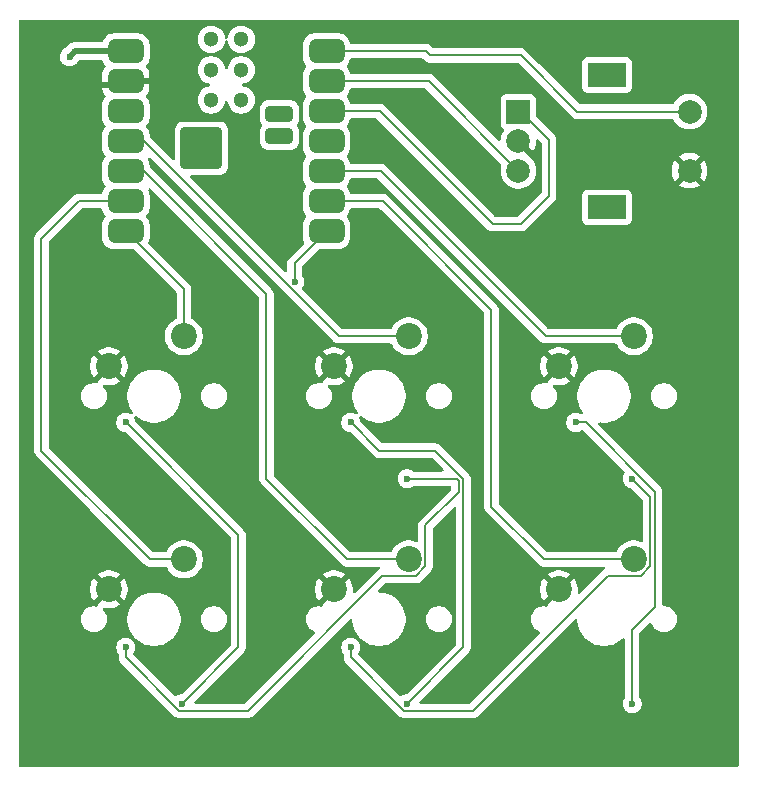
<source format=gbr>
%TF.GenerationSoftware,KiCad,Pcbnew,9.0.6*%
%TF.CreationDate,2026-01-03T09:42:58+01:00*%
%TF.ProjectId,Macropad,4d616372-6f70-4616-942e-6b696361645f,rev?*%
%TF.SameCoordinates,Original*%
%TF.FileFunction,Copper,L2,Bot*%
%TF.FilePolarity,Positive*%
%FSLAX46Y46*%
G04 Gerber Fmt 4.6, Leading zero omitted, Abs format (unit mm)*
G04 Created by KiCad (PCBNEW 9.0.6) date 2026-01-03 09:42:58*
%MOMM*%
%LPD*%
G01*
G04 APERTURE LIST*
G04 Aperture macros list*
%AMRoundRect*
0 Rectangle with rounded corners*
0 $1 Rounding radius*
0 $2 $3 $4 $5 $6 $7 $8 $9 X,Y pos of 4 corners*
0 Add a 4 corners polygon primitive as box body*
4,1,4,$2,$3,$4,$5,$6,$7,$8,$9,$2,$3,0*
0 Add four circle primitives for the rounded corners*
1,1,$1+$1,$2,$3*
1,1,$1+$1,$4,$5*
1,1,$1+$1,$6,$7*
1,1,$1+$1,$8,$9*
0 Add four rect primitives between the rounded corners*
20,1,$1+$1,$2,$3,$4,$5,0*
20,1,$1+$1,$4,$5,$6,$7,0*
20,1,$1+$1,$6,$7,$8,$9,0*
20,1,$1+$1,$8,$9,$2,$3,0*%
G04 Aperture macros list end*
%TA.AperFunction,Conductor*%
%ADD10C,0.500000*%
%TD*%
%TA.AperFunction,ComponentPad*%
%ADD11C,2.200000*%
%TD*%
%TA.AperFunction,ComponentPad*%
%ADD12R,2.000000X2.000000*%
%TD*%
%TA.AperFunction,ComponentPad*%
%ADD13C,2.000000*%
%TD*%
%TA.AperFunction,ComponentPad*%
%ADD14R,3.200000X2.000000*%
%TD*%
%TA.AperFunction,SMDPad,CuDef*%
%ADD15RoundRect,0.500000X1.000000X0.500000X-1.000000X0.500000X-1.000000X-0.500000X1.000000X-0.500000X0*%
%TD*%
%TA.AperFunction,HeatsinkPad*%
%ADD16RoundRect,0.250000X1.500000X1.500000X-1.500000X1.500000X-1.500000X-1.500000X1.500000X-1.500000X0*%
%TD*%
%TA.AperFunction,SMDPad,CuDef*%
%ADD17RoundRect,0.250000X0.900000X0.400000X-0.900000X0.400000X-0.900000X-0.400000X0.900000X-0.400000X0*%
%TD*%
%TA.AperFunction,SMDPad,CuDef*%
%ADD18C,1.300000*%
%TD*%
%TA.AperFunction,ViaPad*%
%ADD19C,0.600000*%
%TD*%
%TA.AperFunction,Conductor*%
%ADD20C,0.200000*%
%TD*%
G04 APERTURE END LIST*
D10*
%TO.N,GND*%
X154781250Y-61912500D02*
X152400000Y-61912500D01*
%TD*%
D11*
%TO.P,SW3,1,1*%
%TO.N,Net-(U1-GPIO3{slash}MOSI)*%
X178752500Y-83185000D03*
%TO.P,SW3,2,2*%
%TO.N,GND*%
X172402500Y-85725000D03*
%TD*%
D12*
%TO.P,SW7,A,A*%
%TO.N,Net-(U1-GPIO28{slash}ADC2{slash}A2)*%
X188012500Y-64175000D03*
D13*
%TO.P,SW7,B,B*%
%TO.N,Net-(U1-GPIO27{slash}ADC1{slash}A1)*%
X188012500Y-69175000D03*
%TO.P,SW7,C,C*%
%TO.N,GND*%
X188012500Y-66675000D03*
D14*
%TO.P,SW7,MP*%
%TO.N,N/C*%
X195512500Y-61075000D03*
X195512500Y-72275000D03*
D13*
%TO.P,SW7,S1,S1*%
%TO.N,GND*%
X202512500Y-69175000D03*
%TO.P,SW7,S2,S2*%
%TO.N,Net-(U1-GPIO26{slash}ADC0{slash}A0)*%
X202512500Y-64175000D03*
%TD*%
D11*
%TO.P,SW2,1,1*%
%TO.N,Net-(U1-GPIO2{slash}SCK)*%
X159702500Y-102076250D03*
%TO.P,SW2,2,2*%
%TO.N,GND*%
X153352500Y-104616250D03*
%TD*%
%TO.P,SW4,1,1*%
%TO.N,Net-(U1-GPIO4{slash}MISO)*%
X178752500Y-102076250D03*
%TO.P,SW4,2,2*%
%TO.N,GND*%
X172402500Y-104616250D03*
%TD*%
%TO.P,SW6,1,1*%
%TO.N,Net-(U1-GPIO7{slash}SCL)*%
X197802500Y-102076250D03*
%TO.P,SW6,2,2*%
%TO.N,GND*%
X191452500Y-104616250D03*
%TD*%
%TO.P,SW5,1,1*%
%TO.N,Net-(U1-GPIO6{slash}SDA)*%
X197802500Y-83185000D03*
%TO.P,SW5,2,2*%
%TO.N,GND*%
X191452500Y-85725000D03*
%TD*%
%TO.P,SW1,1,1*%
%TO.N,Net-(U1-GPIO1{slash}RX)*%
X159702500Y-83185000D03*
%TO.P,SW1,2,2*%
%TO.N,GND*%
X153352500Y-85725000D03*
%TD*%
D15*
%TO.P,U1,1,GPIO26/ADC0/A0*%
%TO.N,Net-(U1-GPIO26{slash}ADC0{slash}A0)*%
X171781250Y-59055000D03*
%TO.P,U1,2,GPIO27/ADC1/A1*%
%TO.N,Net-(U1-GPIO27{slash}ADC1{slash}A1)*%
X171781250Y-61595000D03*
%TO.P,U1,3,GPIO28/ADC2/A2*%
%TO.N,Net-(U1-GPIO28{slash}ADC2{slash}A2)*%
X171781250Y-64135000D03*
%TO.P,U1,4,GPIO29/ADC3/A3*%
%TO.N,unconnected-(U1-GPIO29{slash}ADC3{slash}A3-Pad4)*%
X171781250Y-66675000D03*
%TO.P,U1,5,GPIO6/SDA*%
%TO.N,Net-(U1-GPIO6{slash}SDA)*%
X171781250Y-69215000D03*
%TO.P,U1,6,GPIO7/SCL*%
%TO.N,Net-(U1-GPIO7{slash}SCL)*%
X171781250Y-71755000D03*
%TO.P,U1,7,GPIO0/TX*%
%TO.N,Net-(D1-DIN)*%
X171781250Y-74295000D03*
%TO.P,U1,8,GPIO1/RX*%
%TO.N,Net-(U1-GPIO1{slash}RX)*%
X154781250Y-74295000D03*
%TO.P,U1,9,GPIO2/SCK*%
%TO.N,Net-(U1-GPIO2{slash}SCK)*%
X154781250Y-71755000D03*
%TO.P,U1,10,GPIO4/MISO*%
%TO.N,Net-(U1-GPIO4{slash}MISO)*%
X154781250Y-69215000D03*
%TO.P,U1,11,GPIO3/MOSI*%
%TO.N,Net-(U1-GPIO3{slash}MOSI)*%
X154781250Y-66675000D03*
%TO.P,U1,12,3V3*%
%TO.N,unconnected-(U1-3V3-Pad12)*%
X154781250Y-64135000D03*
%TO.P,U1,13,GND*%
%TO.N,GND*%
X154781250Y-61595000D03*
%TO.P,U1,14,VBUS*%
%TO.N,+5V*%
X154781250Y-59055000D03*
D16*
%TO.P,U1,15*%
%TO.N,N/C*%
X161181250Y-67275000D03*
D17*
%TO.P,U1,16*%
X167781250Y-66275000D03*
%TO.P,U1,17*%
X167781250Y-64375000D03*
D18*
%TO.P,U1,18*%
X164551250Y-58055000D03*
%TO.P,U1,19*%
X164551250Y-60635000D03*
%TO.P,U1,20*%
X164551250Y-63175000D03*
%TO.P,U1,21*%
X162011250Y-63175000D03*
%TO.P,U1,22*%
X162011250Y-60635000D03*
%TO.P,U1,23*%
X162011250Y-58055000D03*
%TD*%
D19*
%TO.N,+5V*%
X150018750Y-59531250D03*
%TO.N,Net-(D1-DIN)*%
X169068750Y-78581250D03*
%TO.N,Net-(D1-DOUT)*%
X159543750Y-114300000D03*
X154781250Y-90487500D03*
%TO.N,GND*%
X152400000Y-61912500D03*
%TO.N,Net-(D2-DOUT)*%
X178593750Y-95250000D03*
X154781250Y-109537500D03*
%TO.N,Net-(D3-DOUT)*%
X178593750Y-114300000D03*
X173831250Y-90487500D03*
%TO.N,Net-(D4-DOUT)*%
X173831250Y-109537500D03*
X197643750Y-95250000D03*
%TO.N,Net-(D5-DOUT)*%
X192881250Y-90487500D03*
X197643750Y-114300000D03*
%TD*%
D10*
%TO.N,+5V*%
X150495000Y-59055000D02*
X150018750Y-59531250D01*
X154305000Y-59531250D02*
X154781250Y-59055000D01*
X154781250Y-59055000D02*
X150495000Y-59055000D01*
D20*
%TO.N,Net-(D1-DIN)*%
X169068750Y-78581250D02*
X169068750Y-77007500D01*
X169068750Y-77007500D02*
X171781250Y-74295000D01*
%TO.N,Net-(D1-DOUT)*%
X164306250Y-109537500D02*
X159543750Y-114300000D01*
X154781250Y-90487500D02*
X164306250Y-100012500D01*
X164306250Y-100012500D02*
X164306250Y-109537500D01*
D10*
%TO.N,GND*%
X154781250Y-61595000D02*
X159226250Y-61595000D01*
D20*
%TO.N,Net-(D2-DOUT)*%
X180153500Y-99191000D02*
X182955250Y-96389250D01*
X182955250Y-95416100D02*
X182789150Y-95250000D01*
X179332814Y-103477250D02*
X180153500Y-102656564D01*
X165086220Y-114901000D02*
X176509970Y-103477250D01*
X154781250Y-110387443D02*
X159294807Y-114901000D01*
X182955250Y-96389250D02*
X182955250Y-95416100D01*
X180153500Y-102656564D02*
X180153500Y-99191000D01*
X182789150Y-95250000D02*
X178593750Y-95250000D01*
X176509970Y-103477250D02*
X179332814Y-103477250D01*
X159294807Y-114901000D02*
X165086220Y-114901000D01*
X154781250Y-109537500D02*
X154781250Y-110387443D01*
%TO.N,Net-(D3-DOUT)*%
X180975000Y-92868750D02*
X176212500Y-92868750D01*
X176212500Y-92868750D02*
X173831250Y-90487500D01*
X183356250Y-109537500D02*
X183356250Y-95250000D01*
X183356250Y-95250000D02*
X180975000Y-92868750D01*
X178593750Y-114300000D02*
X183356250Y-109537500D01*
%TO.N,Net-(D4-DOUT)*%
X195580814Y-103477250D02*
X184157064Y-114901000D01*
X178344807Y-114901000D02*
X173831250Y-110387443D01*
X197643750Y-95250000D02*
X199203500Y-96809750D01*
X198382814Y-103477250D02*
X195580814Y-103477250D01*
X199203500Y-96809750D02*
X199203500Y-102656564D01*
X173831250Y-110387443D02*
X173831250Y-109537500D01*
X184157064Y-114901000D02*
X178344807Y-114901000D01*
X199203500Y-102656564D02*
X198382814Y-103477250D01*
%TO.N,Net-(D5-DOUT)*%
X197643750Y-108099816D02*
X197643750Y-114300000D01*
X199604500Y-96360807D02*
X199604500Y-106139066D01*
X193731193Y-90487500D02*
X199604500Y-96360807D01*
X192881250Y-90487500D02*
X193731193Y-90487500D01*
X199604500Y-106139066D02*
X197643750Y-108099816D01*
%TO.N,Net-(U1-GPIO1{slash}RX)*%
X159702500Y-83185000D02*
X159702500Y-79216250D01*
X159702500Y-79216250D02*
X154781250Y-74295000D01*
%TO.N,Net-(U1-GPIO2{slash}SCK)*%
X159702500Y-102076250D02*
X156845000Y-102076250D01*
X150805000Y-71755000D02*
X154781250Y-71755000D01*
X147637500Y-74922500D02*
X150805000Y-71755000D01*
X156845000Y-102076250D02*
X147637500Y-92868750D01*
X147637500Y-74922500D02*
X147637500Y-92868750D01*
%TO.N,Net-(U1-GPIO3{slash}MOSI)*%
X156312557Y-66675000D02*
X154781250Y-66675000D01*
X178752500Y-83185000D02*
X172822557Y-83185000D01*
X172822557Y-83185000D02*
X156312557Y-66675000D01*
%TO.N,Net-(U1-GPIO4{slash}MISO)*%
X173513750Y-102076250D02*
X166687500Y-95250000D01*
X166687500Y-79621250D02*
X166687500Y-95250000D01*
X154781250Y-69215000D02*
X156281250Y-69215000D01*
X178752500Y-102076250D02*
X173513750Y-102076250D01*
X156281250Y-69215000D02*
X166687500Y-79621250D01*
%TO.N,Net-(U1-GPIO6{slash}SDA)*%
X190341250Y-83185000D02*
X176371250Y-69215000D01*
X197802500Y-83185000D02*
X190341250Y-83185000D01*
X176371250Y-69215000D02*
X171781250Y-69215000D01*
%TO.N,Net-(U1-GPIO7{slash}SCL)*%
X197802500Y-102076250D02*
X190182500Y-102076250D01*
X185737500Y-97631250D02*
X185737500Y-80962500D01*
X190182500Y-102076250D02*
X185737500Y-97631250D01*
X185737500Y-80962500D02*
X176530000Y-71755000D01*
X176530000Y-71755000D02*
X171781250Y-71755000D01*
%TO.N,Net-(U1-GPIO27{slash}ADC1{slash}A1)*%
X188012500Y-69175000D02*
X180432500Y-61595000D01*
X180432500Y-61595000D02*
X171781250Y-61595000D01*
%TO.N,Net-(U1-GPIO26{slash}ADC0{slash}A0)*%
X180173750Y-59055000D02*
X171781250Y-59055000D01*
X188225000Y-59412500D02*
X180531250Y-59412500D01*
X180531250Y-59412500D02*
X180173750Y-59055000D01*
X202512500Y-64175000D02*
X192987500Y-64175000D01*
X192987500Y-64175000D02*
X188225000Y-59412500D01*
%TO.N,Net-(U1-GPIO28{slash}ADC2{slash}A2)*%
X190606250Y-71318750D02*
X188225000Y-73700000D01*
X176278750Y-64135000D02*
X171781250Y-64135000D01*
X188225000Y-73700000D02*
X185843750Y-73700000D01*
X185843750Y-73700000D02*
X176278750Y-64135000D01*
X190606250Y-66556250D02*
X190606250Y-71318750D01*
X188012500Y-64175000D02*
X188225000Y-64175000D01*
X188225000Y-64175000D02*
X190606250Y-66556250D01*
%TD*%
%TA.AperFunction,Conductor*%
%TO.N,GND*%
G36*
X156874068Y-68097060D02*
G01*
X172448923Y-83671916D01*
X172448927Y-83671919D01*
X172448930Y-83671922D01*
X172587684Y-83752032D01*
X172665065Y-83772766D01*
X172742446Y-83793500D01*
X172742447Y-83793500D01*
X172902667Y-83793500D01*
X177180071Y-83793500D01*
X177248192Y-83813502D01*
X177292337Y-83862296D01*
X177376787Y-84028038D01*
X177525605Y-84232868D01*
X177525607Y-84232870D01*
X177525609Y-84232873D01*
X177704626Y-84411890D01*
X177704629Y-84411892D01*
X177704632Y-84411895D01*
X177909462Y-84560713D01*
X178135050Y-84675656D01*
X178375842Y-84753894D01*
X178625908Y-84793500D01*
X178625911Y-84793500D01*
X178879089Y-84793500D01*
X178879092Y-84793500D01*
X179129158Y-84753894D01*
X179369950Y-84675656D01*
X179595538Y-84560713D01*
X179800368Y-84411895D01*
X179979395Y-84232868D01*
X180128213Y-84028038D01*
X180243156Y-83802450D01*
X180321394Y-83561658D01*
X180361000Y-83311592D01*
X180361000Y-83058408D01*
X180321394Y-82808342D01*
X180243156Y-82567550D01*
X180128213Y-82341962D01*
X179979395Y-82137132D01*
X179979392Y-82137129D01*
X179979390Y-82137126D01*
X179800373Y-81958109D01*
X179800370Y-81958107D01*
X179800368Y-81958105D01*
X179595538Y-81809287D01*
X179369950Y-81694344D01*
X179369947Y-81694343D01*
X179369945Y-81694342D01*
X179129163Y-81616107D01*
X179129159Y-81616106D01*
X179129158Y-81616106D01*
X178879092Y-81576500D01*
X178625908Y-81576500D01*
X178398168Y-81612570D01*
X178375836Y-81616107D01*
X178135054Y-81694342D01*
X178135048Y-81694345D01*
X177909458Y-81809289D01*
X177704629Y-81958107D01*
X177704626Y-81958109D01*
X177525609Y-82137126D01*
X177525607Y-82137129D01*
X177376789Y-82341958D01*
X177292338Y-82507703D01*
X177243590Y-82559318D01*
X177180071Y-82576500D01*
X173126796Y-82576500D01*
X173058675Y-82556498D01*
X173037701Y-82539595D01*
X169729012Y-79230906D01*
X169694986Y-79168594D01*
X169700051Y-79097779D01*
X169713336Y-79071819D01*
X169785233Y-78964218D01*
X169846180Y-78817081D01*
X169877250Y-78660880D01*
X169877250Y-78501620D01*
X169846180Y-78345419D01*
X169785233Y-78198282D01*
X169698483Y-78068451D01*
X169677270Y-78000699D01*
X169677250Y-77998451D01*
X169677250Y-77311738D01*
X169697252Y-77243617D01*
X169714150Y-77222648D01*
X171096394Y-75840403D01*
X171158706Y-75806378D01*
X171185489Y-75803499D01*
X172830785Y-75803499D01*
X172830796Y-75803499D01*
X172890918Y-75797577D01*
X172978944Y-75788909D01*
X172978945Y-75788908D01*
X172978951Y-75788908D01*
X173169054Y-75731241D01*
X173344254Y-75637595D01*
X173497818Y-75511568D01*
X173623845Y-75358004D01*
X173717491Y-75182804D01*
X173775158Y-74992701D01*
X173789750Y-74844547D01*
X173789749Y-73745454D01*
X173775158Y-73597299D01*
X173717491Y-73407196D01*
X173623845Y-73231996D01*
X173519566Y-73104932D01*
X173491813Y-73039587D01*
X173503795Y-72969609D01*
X173519564Y-72945069D01*
X173623845Y-72818004D01*
X173717491Y-72642804D01*
X173775090Y-72452922D01*
X173814006Y-72393543D01*
X173878847Y-72364627D01*
X173895665Y-72363500D01*
X176225761Y-72363500D01*
X176293882Y-72383502D01*
X176314856Y-72400405D01*
X185092095Y-81177644D01*
X185126121Y-81239956D01*
X185129000Y-81266739D01*
X185129000Y-97551140D01*
X185129000Y-97711360D01*
X185170468Y-97866123D01*
X185170469Y-97866125D01*
X185170470Y-97866127D01*
X185250575Y-98004873D01*
X185250583Y-98004883D01*
X189808865Y-102563165D01*
X189808870Y-102563169D01*
X189808872Y-102563171D01*
X189808873Y-102563172D01*
X189808875Y-102563173D01*
X189906407Y-102619483D01*
X189947627Y-102643282D01*
X190025008Y-102664016D01*
X190102389Y-102684750D01*
X190102390Y-102684750D01*
X190262610Y-102684750D01*
X195266225Y-102684750D01*
X195334346Y-102704752D01*
X195380839Y-102758408D01*
X195390943Y-102828682D01*
X195361449Y-102893262D01*
X195329225Y-102919869D01*
X195207189Y-102990326D01*
X195207179Y-102990334D01*
X193250895Y-104946618D01*
X193188583Y-104980644D01*
X193117767Y-104975579D01*
X193060932Y-104933032D01*
X193036121Y-104866512D01*
X193037351Y-104837811D01*
X193052500Y-104742168D01*
X193052500Y-104490330D01*
X193013101Y-104241576D01*
X192935280Y-104002067D01*
X192935277Y-104002061D01*
X192820940Y-103777663D01*
X192749132Y-103678827D01*
X192749131Y-103678827D01*
X192131734Y-104296224D01*
X192117141Y-104260992D01*
X192035063Y-104138153D01*
X191930597Y-104033687D01*
X191807758Y-103951609D01*
X191772525Y-103937014D01*
X192389921Y-103319618D01*
X192389921Y-103319616D01*
X192291086Y-103247809D01*
X192066688Y-103133472D01*
X192066682Y-103133469D01*
X191827171Y-103055648D01*
X191827175Y-103055648D01*
X191578420Y-103016250D01*
X191326580Y-103016250D01*
X191077826Y-103055648D01*
X190838317Y-103133469D01*
X190838311Y-103133472D01*
X190613918Y-103247806D01*
X190613911Y-103247811D01*
X190515077Y-103319615D01*
X190515077Y-103319618D01*
X191132474Y-103937015D01*
X191097242Y-103951609D01*
X190974403Y-104033687D01*
X190869937Y-104138153D01*
X190787859Y-104260992D01*
X190773265Y-104296224D01*
X190155868Y-103678827D01*
X190155865Y-103678827D01*
X190084061Y-103777661D01*
X190084056Y-103777668D01*
X189969722Y-104002061D01*
X189969719Y-104002067D01*
X189891898Y-104241576D01*
X189852500Y-104490330D01*
X189852500Y-104742169D01*
X189891898Y-104990923D01*
X189969719Y-105230432D01*
X189969722Y-105230438D01*
X190084059Y-105454836D01*
X190155866Y-105553671D01*
X190155868Y-105553671D01*
X190773264Y-104936274D01*
X190787859Y-104971508D01*
X190869937Y-105094347D01*
X190974403Y-105198813D01*
X191097242Y-105280891D01*
X191132474Y-105295484D01*
X190515076Y-105912882D01*
X190517027Y-105937665D01*
X190502430Y-106007145D01*
X190452587Y-106057704D01*
X190383323Y-106073290D01*
X190371705Y-106071999D01*
X190311994Y-106062542D01*
X190269111Y-106055750D01*
X190095889Y-106055750D01*
X189924799Y-106082848D01*
X189924796Y-106082848D01*
X189924795Y-106082849D01*
X189874996Y-106099030D01*
X189760055Y-106136377D01*
X189760053Y-106136377D01*
X189760047Y-106136380D01*
X189605711Y-106215018D01*
X189465569Y-106316837D01*
X189343087Y-106439319D01*
X189241268Y-106579461D01*
X189162630Y-106733797D01*
X189162627Y-106733803D01*
X189162627Y-106733805D01*
X189109098Y-106898549D01*
X189082000Y-107069639D01*
X189082000Y-107242861D01*
X189109098Y-107413951D01*
X189162627Y-107578695D01*
X189162628Y-107578698D01*
X189162630Y-107578702D01*
X189241268Y-107733038D01*
X189343087Y-107873180D01*
X189465569Y-107995662D01*
X189465572Y-107995664D01*
X189605712Y-108097482D01*
X189760055Y-108176123D01*
X189761752Y-108176674D01*
X189762311Y-108177056D01*
X189764627Y-108178016D01*
X189764425Y-108178502D01*
X189820357Y-108216746D01*
X189847994Y-108282142D01*
X189835889Y-108352099D01*
X189811911Y-108385602D01*
X183941920Y-114255595D01*
X183879608Y-114289621D01*
X183852825Y-114292500D01*
X179765989Y-114292500D01*
X179697868Y-114272498D01*
X179651375Y-114218842D01*
X179641271Y-114148568D01*
X179670765Y-114083988D01*
X179676894Y-114077405D01*
X183843165Y-109911134D01*
X183843171Y-109911128D01*
X183923282Y-109772373D01*
X183964750Y-109617610D01*
X183964750Y-109457390D01*
X183964750Y-109457389D01*
X183964750Y-95169889D01*
X183923282Y-95015128D01*
X183923282Y-95015127D01*
X183873659Y-94929179D01*
X183843171Y-94876372D01*
X183843168Y-94876369D01*
X183843165Y-94876365D01*
X183725489Y-94758689D01*
X183725466Y-94758668D01*
X181348633Y-92381833D01*
X181348623Y-92381825D01*
X181209877Y-92301720D01*
X181209874Y-92301719D01*
X181209873Y-92301718D01*
X181209871Y-92301717D01*
X181209870Y-92301717D01*
X181132491Y-92280984D01*
X181055111Y-92260250D01*
X181055109Y-92260250D01*
X176516738Y-92260250D01*
X176448617Y-92240248D01*
X176427643Y-92223345D01*
X174673626Y-90469327D01*
X174639600Y-90407015D01*
X174639142Y-90404814D01*
X174615855Y-90287743D01*
X174608680Y-90251669D01*
X174557509Y-90128135D01*
X174549921Y-90057547D01*
X174581700Y-89994060D01*
X174642758Y-89957832D01*
X174713709Y-89960366D01*
X174750623Y-89979956D01*
X174959502Y-90140235D01*
X174959509Y-90140240D01*
X175214980Y-90287736D01*
X175214984Y-90287737D01*
X175214993Y-90287743D01*
X175487548Y-90400639D01*
X175772507Y-90476993D01*
X175772513Y-90476993D01*
X175772514Y-90476994D01*
X175806074Y-90481412D01*
X176064994Y-90515500D01*
X176065001Y-90515500D01*
X176359999Y-90515500D01*
X176360006Y-90515500D01*
X176652493Y-90476993D01*
X176937452Y-90400639D01*
X177210007Y-90287743D01*
X177465494Y-90140238D01*
X177699542Y-89960646D01*
X177908146Y-89752042D01*
X178087738Y-89517994D01*
X178235243Y-89262507D01*
X178348139Y-88989952D01*
X178424493Y-88704993D01*
X178463000Y-88412506D01*
X178463000Y-88178389D01*
X180192000Y-88178389D01*
X180192000Y-88351611D01*
X180219098Y-88522701D01*
X180272627Y-88687445D01*
X180272628Y-88687448D01*
X180272630Y-88687452D01*
X180351268Y-88841788D01*
X180453087Y-88981930D01*
X180575569Y-89104412D01*
X180575572Y-89104414D01*
X180715712Y-89206232D01*
X180870055Y-89284873D01*
X181034799Y-89338402D01*
X181205889Y-89365500D01*
X181205892Y-89365500D01*
X181379108Y-89365500D01*
X181379111Y-89365500D01*
X181550201Y-89338402D01*
X181714945Y-89284873D01*
X181869288Y-89206232D01*
X182009428Y-89104414D01*
X182131914Y-88981928D01*
X182233732Y-88841788D01*
X182312373Y-88687445D01*
X182365902Y-88522701D01*
X182393000Y-88351611D01*
X182393000Y-88178389D01*
X182365902Y-88007299D01*
X182312373Y-87842555D01*
X182303435Y-87825014D01*
X182233731Y-87688211D01*
X182131912Y-87548069D01*
X182009430Y-87425587D01*
X181869288Y-87323768D01*
X181714952Y-87245130D01*
X181714948Y-87245128D01*
X181714945Y-87245127D01*
X181550201Y-87191598D01*
X181379111Y-87164500D01*
X181205889Y-87164500D01*
X181034799Y-87191598D01*
X181034796Y-87191598D01*
X181034795Y-87191599D01*
X180984996Y-87207780D01*
X180870055Y-87245127D01*
X180870053Y-87245127D01*
X180870047Y-87245130D01*
X180715711Y-87323768D01*
X180575569Y-87425587D01*
X180453087Y-87548069D01*
X180351268Y-87688211D01*
X180272630Y-87842547D01*
X180272627Y-87842553D01*
X180272627Y-87842555D01*
X180219098Y-88007299D01*
X180192000Y-88178389D01*
X178463000Y-88178389D01*
X178463000Y-88117494D01*
X178424493Y-87825007D01*
X178348139Y-87540048D01*
X178235243Y-87267493D01*
X178235237Y-87267484D01*
X178235236Y-87267480D01*
X178087740Y-87012009D01*
X178087735Y-87012002D01*
X177908153Y-86777966D01*
X177908134Y-86777945D01*
X177699554Y-86569365D01*
X177699533Y-86569346D01*
X177465497Y-86389764D01*
X177465490Y-86389759D01*
X177210019Y-86242263D01*
X177210011Y-86242259D01*
X177210007Y-86242257D01*
X176937452Y-86129361D01*
X176652493Y-86053007D01*
X176652491Y-86053006D01*
X176652485Y-86053005D01*
X176360008Y-86014500D01*
X176360006Y-86014500D01*
X176064994Y-86014500D01*
X176064991Y-86014500D01*
X175772514Y-86053005D01*
X175487548Y-86129361D01*
X175214991Y-86242258D01*
X175214980Y-86242263D01*
X174959509Y-86389759D01*
X174959502Y-86389764D01*
X174725466Y-86569346D01*
X174725445Y-86569365D01*
X174516865Y-86777945D01*
X174516846Y-86777966D01*
X174337264Y-87012002D01*
X174337259Y-87012009D01*
X174189763Y-87267480D01*
X174189758Y-87267491D01*
X174189757Y-87267493D01*
X174166447Y-87323768D01*
X174076861Y-87540048D01*
X174000505Y-87825014D01*
X173962000Y-88117491D01*
X173962000Y-88412508D01*
X174000505Y-88704985D01*
X174000506Y-88704991D01*
X174000507Y-88704993D01*
X174076861Y-88989952D01*
X174189757Y-89262507D01*
X174189758Y-89262508D01*
X174189763Y-89262519D01*
X174337259Y-89517990D01*
X174337263Y-89517996D01*
X174400569Y-89600497D01*
X174426170Y-89666717D01*
X174411906Y-89736266D01*
X174362304Y-89787062D01*
X174293115Y-89802978D01*
X174230607Y-89781967D01*
X174214221Y-89771018D01*
X174214218Y-89771017D01*
X174067081Y-89710070D01*
X173988980Y-89694535D01*
X173910882Y-89679000D01*
X173910880Y-89679000D01*
X173751620Y-89679000D01*
X173751617Y-89679000D01*
X173634469Y-89702302D01*
X173595419Y-89710070D01*
X173595417Y-89710071D01*
X173448282Y-89771017D01*
X173315859Y-89859498D01*
X173315853Y-89859503D01*
X173203253Y-89972103D01*
X173203248Y-89972109D01*
X173114767Y-90104532D01*
X173053821Y-90251667D01*
X173053820Y-90251670D01*
X173022750Y-90407867D01*
X173022750Y-90567132D01*
X173037357Y-90640567D01*
X173053820Y-90723331D01*
X173114767Y-90870468D01*
X173203247Y-91002889D01*
X173203248Y-91002890D01*
X173203253Y-91002896D01*
X173315853Y-91115496D01*
X173315859Y-91115501D01*
X173315861Y-91115503D01*
X173448282Y-91203983D01*
X173595419Y-91264930D01*
X173748564Y-91295392D01*
X173811473Y-91328300D01*
X173813077Y-91329876D01*
X175721168Y-93237966D01*
X175721189Y-93237989D01*
X175838865Y-93355665D01*
X175838869Y-93355668D01*
X175838872Y-93355671D01*
X175908250Y-93395726D01*
X175977627Y-93435782D01*
X176055008Y-93456516D01*
X176132389Y-93477250D01*
X176132390Y-93477250D01*
X176292610Y-93477250D01*
X180670761Y-93477250D01*
X180738882Y-93497252D01*
X180759851Y-93514149D01*
X181672108Y-94426406D01*
X181706132Y-94488717D01*
X181701068Y-94559532D01*
X181658521Y-94616368D01*
X181592001Y-94641179D01*
X181583012Y-94641500D01*
X179176548Y-94641500D01*
X179108427Y-94621498D01*
X179106590Y-94620294D01*
X178976718Y-94533517D01*
X178829581Y-94472570D01*
X178751480Y-94457035D01*
X178673382Y-94441500D01*
X178673380Y-94441500D01*
X178514120Y-94441500D01*
X178514117Y-94441500D01*
X178396969Y-94464802D01*
X178357919Y-94472570D01*
X178210782Y-94533517D01*
X178078359Y-94621998D01*
X178078353Y-94622003D01*
X177965753Y-94734603D01*
X177965748Y-94734609D01*
X177946727Y-94763077D01*
X177877267Y-94867032D01*
X177816320Y-95014169D01*
X177816129Y-95015128D01*
X177785250Y-95170367D01*
X177785250Y-95329632D01*
X177800737Y-95407491D01*
X177816320Y-95485831D01*
X177877267Y-95632968D01*
X177965747Y-95765389D01*
X177965748Y-95765390D01*
X177965753Y-95765396D01*
X178078353Y-95877996D01*
X178078359Y-95878001D01*
X178078361Y-95878003D01*
X178210782Y-95966483D01*
X178357919Y-96027430D01*
X178514120Y-96058500D01*
X178514121Y-96058500D01*
X178673379Y-96058500D01*
X178673380Y-96058500D01*
X178829581Y-96027430D01*
X178976718Y-95966483D01*
X179106547Y-95879734D01*
X179174299Y-95858520D01*
X179176548Y-95858500D01*
X182220750Y-95858500D01*
X182229575Y-95861091D01*
X182238682Y-95859782D01*
X182263107Y-95870937D01*
X182288871Y-95878502D01*
X182294895Y-95885455D01*
X182303262Y-95889276D01*
X182317776Y-95911861D01*
X182335364Y-95932158D01*
X182337688Y-95942844D01*
X182341646Y-95949002D01*
X182346750Y-95984500D01*
X182346750Y-96085010D01*
X182326748Y-96153131D01*
X182309845Y-96174105D01*
X179666583Y-98817366D01*
X179666575Y-98817376D01*
X179586467Y-98956127D01*
X179586468Y-98956128D01*
X179545000Y-99110890D01*
X179545000Y-100469530D01*
X179524998Y-100537651D01*
X179471342Y-100584144D01*
X179401068Y-100594248D01*
X179374694Y-100587013D01*
X179374658Y-100587124D01*
X179372270Y-100586348D01*
X179370786Y-100585941D01*
X179369955Y-100585596D01*
X179369950Y-100585594D01*
X179369944Y-100585592D01*
X179129163Y-100507357D01*
X179129159Y-100507356D01*
X179129158Y-100507356D01*
X178879092Y-100467750D01*
X178625908Y-100467750D01*
X178375842Y-100507356D01*
X178375836Y-100507357D01*
X178135054Y-100585592D01*
X178135048Y-100585595D01*
X177909458Y-100700539D01*
X177704629Y-100849357D01*
X177704626Y-100849359D01*
X177525609Y-101028376D01*
X177525607Y-101028379D01*
X177376789Y-101233208D01*
X177292338Y-101398953D01*
X177243590Y-101450568D01*
X177180071Y-101467750D01*
X173817989Y-101467750D01*
X173749868Y-101447748D01*
X173728894Y-101430845D01*
X167332905Y-95034856D01*
X167298879Y-94972544D01*
X167296000Y-94945761D01*
X167296000Y-88178389D01*
X170032000Y-88178389D01*
X170032000Y-88351611D01*
X170059098Y-88522701D01*
X170112627Y-88687445D01*
X170112628Y-88687448D01*
X170112630Y-88687452D01*
X170191268Y-88841788D01*
X170293087Y-88981930D01*
X170415569Y-89104412D01*
X170415572Y-89104414D01*
X170555712Y-89206232D01*
X170710055Y-89284873D01*
X170874799Y-89338402D01*
X171045889Y-89365500D01*
X171045892Y-89365500D01*
X171219108Y-89365500D01*
X171219111Y-89365500D01*
X171390201Y-89338402D01*
X171554945Y-89284873D01*
X171709288Y-89206232D01*
X171849428Y-89104414D01*
X171971914Y-88981928D01*
X172073732Y-88841788D01*
X172152373Y-88687445D01*
X172205902Y-88522701D01*
X172233000Y-88351611D01*
X172233000Y-88178389D01*
X172205902Y-88007299D01*
X172152373Y-87842555D01*
X172143435Y-87825014D01*
X172073731Y-87688211D01*
X171971912Y-87548069D01*
X171923735Y-87499892D01*
X171889709Y-87437580D01*
X171894774Y-87366765D01*
X171937321Y-87309929D01*
X172003841Y-87285118D01*
X172032541Y-87286348D01*
X172276580Y-87325000D01*
X172528420Y-87325000D01*
X172777173Y-87285601D01*
X173016682Y-87207780D01*
X173016688Y-87207777D01*
X173241085Y-87093441D01*
X173339921Y-87021632D01*
X173339921Y-87021630D01*
X172722525Y-86404234D01*
X172757758Y-86389641D01*
X172880597Y-86307563D01*
X172985063Y-86203097D01*
X173067141Y-86080258D01*
X173081734Y-86045025D01*
X173699130Y-86662421D01*
X173699132Y-86662421D01*
X173770941Y-86563585D01*
X173885277Y-86339188D01*
X173885280Y-86339182D01*
X173963101Y-86099673D01*
X174002500Y-85850919D01*
X174002500Y-85599080D01*
X173963101Y-85350326D01*
X173885280Y-85110817D01*
X173885277Y-85110811D01*
X173770940Y-84886413D01*
X173699132Y-84787577D01*
X173699130Y-84787577D01*
X173081734Y-85404973D01*
X173067141Y-85369742D01*
X172985063Y-85246903D01*
X172880597Y-85142437D01*
X172757758Y-85060359D01*
X172722525Y-85045764D01*
X173339921Y-84428368D01*
X173339921Y-84428366D01*
X173241086Y-84356559D01*
X173016688Y-84242222D01*
X173016682Y-84242219D01*
X172777171Y-84164398D01*
X172777175Y-84164398D01*
X172528420Y-84125000D01*
X172276580Y-84125000D01*
X172027826Y-84164398D01*
X171788317Y-84242219D01*
X171788311Y-84242222D01*
X171563918Y-84356556D01*
X171563911Y-84356561D01*
X171465077Y-84428365D01*
X171465077Y-84428368D01*
X172082474Y-85045765D01*
X172047242Y-85060359D01*
X171924403Y-85142437D01*
X171819937Y-85246903D01*
X171737859Y-85369742D01*
X171723265Y-85404974D01*
X171105868Y-84787577D01*
X171105865Y-84787577D01*
X171034061Y-84886411D01*
X171034056Y-84886418D01*
X170919722Y-85110811D01*
X170919719Y-85110817D01*
X170841898Y-85350326D01*
X170802500Y-85599080D01*
X170802500Y-85850919D01*
X170841898Y-86099673D01*
X170919719Y-86339182D01*
X170919722Y-86339188D01*
X171034059Y-86563586D01*
X171105866Y-86662421D01*
X171105868Y-86662421D01*
X171723264Y-86045024D01*
X171737859Y-86080258D01*
X171819937Y-86203097D01*
X171924403Y-86307563D01*
X172047242Y-86389641D01*
X172082473Y-86404234D01*
X171465076Y-87021631D01*
X171467027Y-87046415D01*
X171452430Y-87115895D01*
X171402587Y-87166454D01*
X171333323Y-87182040D01*
X171321705Y-87180749D01*
X171272065Y-87172887D01*
X171219111Y-87164500D01*
X171045889Y-87164500D01*
X170874799Y-87191598D01*
X170874796Y-87191598D01*
X170874795Y-87191599D01*
X170824996Y-87207780D01*
X170710055Y-87245127D01*
X170710053Y-87245127D01*
X170710047Y-87245130D01*
X170555711Y-87323768D01*
X170415569Y-87425587D01*
X170293087Y-87548069D01*
X170191268Y-87688211D01*
X170112630Y-87842547D01*
X170112627Y-87842553D01*
X170112627Y-87842555D01*
X170059098Y-88007299D01*
X170032000Y-88178389D01*
X167296000Y-88178389D01*
X167296000Y-79541140D01*
X167276482Y-79468299D01*
X167254532Y-79386378D01*
X167254532Y-79386377D01*
X167174422Y-79247623D01*
X167174420Y-79247621D01*
X167174416Y-79247616D01*
X156826654Y-68899854D01*
X156792628Y-68837542D01*
X156789749Y-68810759D01*
X156789749Y-68665465D01*
X156789749Y-68665454D01*
X156782903Y-68595937D01*
X156775159Y-68517305D01*
X156775158Y-68517303D01*
X156775158Y-68517299D01*
X156717491Y-68327196D01*
X156673850Y-68245550D01*
X156659379Y-68176045D01*
X156684783Y-68109749D01*
X156741996Y-68067711D01*
X156812854Y-68063278D01*
X156874068Y-68097060D01*
G37*
%TD.AperFunction*%
%TA.AperFunction,Conductor*%
G36*
X180196382Y-62223502D02*
G01*
X180217356Y-62240405D01*
X186549710Y-68572759D01*
X186583736Y-68635071D01*
X186580448Y-68700789D01*
X186541145Y-68821753D01*
X186541144Y-68821758D01*
X186541144Y-68821759D01*
X186504000Y-69056278D01*
X186504000Y-69293722D01*
X186541144Y-69528241D01*
X186541145Y-69528246D01*
X186612741Y-69748594D01*
X186614518Y-69754063D01*
X186722315Y-69965627D01*
X186861880Y-70157722D01*
X186861882Y-70157724D01*
X186861884Y-70157727D01*
X187029772Y-70325615D01*
X187029775Y-70325617D01*
X187029778Y-70325620D01*
X187221873Y-70465185D01*
X187433437Y-70572982D01*
X187659259Y-70646356D01*
X187893778Y-70683500D01*
X187893781Y-70683500D01*
X188131219Y-70683500D01*
X188131222Y-70683500D01*
X188365741Y-70646356D01*
X188591563Y-70572982D01*
X188803127Y-70465185D01*
X188995222Y-70325620D01*
X189163120Y-70157722D01*
X189302685Y-69965627D01*
X189410482Y-69754063D01*
X189483856Y-69528241D01*
X189521000Y-69293722D01*
X189521000Y-69056278D01*
X189483856Y-68821759D01*
X189410482Y-68595937D01*
X189302685Y-68384373D01*
X189163120Y-68192278D01*
X189163117Y-68192275D01*
X189163115Y-68192272D01*
X188995227Y-68024384D01*
X188995224Y-68024382D01*
X188995222Y-68024380D01*
X188932481Y-67978796D01*
X188889127Y-67922574D01*
X188887097Y-67908806D01*
X188137448Y-67159157D01*
X188205493Y-67140925D01*
X188319507Y-67075099D01*
X188412599Y-66982007D01*
X188478425Y-66867993D01*
X188496657Y-66799948D01*
X189237537Y-67540828D01*
X189237540Y-67540828D01*
X189295407Y-67461183D01*
X189295413Y-67461172D01*
X189402604Y-67250798D01*
X189475563Y-67026254D01*
X189512500Y-66793049D01*
X189512500Y-66627239D01*
X189532502Y-66559118D01*
X189586158Y-66512625D01*
X189656432Y-66502521D01*
X189721012Y-66532015D01*
X189727595Y-66538144D01*
X189960845Y-66771394D01*
X189994871Y-66833706D01*
X189997750Y-66860489D01*
X189997750Y-71014511D01*
X189977748Y-71082632D01*
X189960845Y-71103606D01*
X188009856Y-73054595D01*
X187947544Y-73088621D01*
X187920761Y-73091500D01*
X186147989Y-73091500D01*
X186079868Y-73071498D01*
X186058894Y-73054595D01*
X176652383Y-63648083D01*
X176652373Y-63648075D01*
X176513627Y-63567970D01*
X176513624Y-63567969D01*
X176513623Y-63567968D01*
X176513621Y-63567967D01*
X176513620Y-63567967D01*
X176379831Y-63532119D01*
X176379829Y-63532118D01*
X176358862Y-63526500D01*
X176358861Y-63526500D01*
X173895664Y-63526500D01*
X173827543Y-63506498D01*
X173781050Y-63452842D01*
X173775094Y-63437089D01*
X173717491Y-63247196D01*
X173623845Y-63071996D01*
X173519566Y-62944932D01*
X173491813Y-62879587D01*
X173503795Y-62809609D01*
X173519564Y-62785069D01*
X173623845Y-62658004D01*
X173717491Y-62482804D01*
X173775090Y-62292922D01*
X173814006Y-62233543D01*
X173878847Y-62204627D01*
X173895665Y-62203500D01*
X180128261Y-62203500D01*
X180196382Y-62223502D01*
G37*
%TD.AperFunction*%
%TA.AperFunction,Conductor*%
G36*
X206610371Y-56393002D02*
G01*
X206656864Y-56446658D01*
X206668250Y-56499000D01*
X206668250Y-119539750D01*
X206648248Y-119607871D01*
X206594592Y-119654364D01*
X206542250Y-119665750D01*
X145882750Y-119665750D01*
X145814629Y-119645748D01*
X145768136Y-119592092D01*
X145756750Y-119539750D01*
X145756750Y-107069639D01*
X150982000Y-107069639D01*
X150982000Y-107242861D01*
X151009098Y-107413951D01*
X151062627Y-107578695D01*
X151062628Y-107578698D01*
X151062630Y-107578702D01*
X151141268Y-107733038D01*
X151243087Y-107873180D01*
X151365569Y-107995662D01*
X151365572Y-107995664D01*
X151505712Y-108097482D01*
X151660055Y-108176123D01*
X151824799Y-108229652D01*
X151995889Y-108256750D01*
X151995892Y-108256750D01*
X152169108Y-108256750D01*
X152169111Y-108256750D01*
X152340201Y-108229652D01*
X152504945Y-108176123D01*
X152659288Y-108097482D01*
X152799428Y-107995664D01*
X152921914Y-107873178D01*
X153023732Y-107733038D01*
X153102373Y-107578695D01*
X153155902Y-107413951D01*
X153183000Y-107242861D01*
X153183000Y-107069639D01*
X153173355Y-107008741D01*
X154912000Y-107008741D01*
X154912000Y-107303758D01*
X154950505Y-107596235D01*
X154950506Y-107596241D01*
X154950507Y-107596243D01*
X155026861Y-107881202D01*
X155139757Y-108153757D01*
X155139758Y-108153758D01*
X155139763Y-108153769D01*
X155287259Y-108409240D01*
X155287264Y-108409247D01*
X155466846Y-108643283D01*
X155466865Y-108643304D01*
X155675445Y-108851884D01*
X155675466Y-108851903D01*
X155909502Y-109031485D01*
X155909509Y-109031490D01*
X156164980Y-109178986D01*
X156164984Y-109178987D01*
X156164993Y-109178993D01*
X156437548Y-109291889D01*
X156722507Y-109368243D01*
X156722513Y-109368243D01*
X156722514Y-109368244D01*
X156756074Y-109372662D01*
X157014994Y-109406750D01*
X157015001Y-109406750D01*
X157309999Y-109406750D01*
X157310006Y-109406750D01*
X157602493Y-109368243D01*
X157887452Y-109291889D01*
X158160007Y-109178993D01*
X158415494Y-109031488D01*
X158649542Y-108851896D01*
X158858146Y-108643292D01*
X159037738Y-108409244D01*
X159185243Y-108153757D01*
X159298139Y-107881202D01*
X159374493Y-107596243D01*
X159413000Y-107303756D01*
X159413000Y-107069639D01*
X161142000Y-107069639D01*
X161142000Y-107242861D01*
X161169098Y-107413951D01*
X161222627Y-107578695D01*
X161222628Y-107578698D01*
X161222630Y-107578702D01*
X161301268Y-107733038D01*
X161403087Y-107873180D01*
X161525569Y-107995662D01*
X161525572Y-107995664D01*
X161665712Y-108097482D01*
X161820055Y-108176123D01*
X161984799Y-108229652D01*
X162155889Y-108256750D01*
X162155892Y-108256750D01*
X162329108Y-108256750D01*
X162329111Y-108256750D01*
X162500201Y-108229652D01*
X162664945Y-108176123D01*
X162819288Y-108097482D01*
X162959428Y-107995664D01*
X163081914Y-107873178D01*
X163183732Y-107733038D01*
X163262373Y-107578695D01*
X163315902Y-107413951D01*
X163343000Y-107242861D01*
X163343000Y-107069639D01*
X163315902Y-106898549D01*
X163262373Y-106733805D01*
X163253435Y-106716264D01*
X163183731Y-106579461D01*
X163081912Y-106439319D01*
X162959430Y-106316837D01*
X162819288Y-106215018D01*
X162664952Y-106136380D01*
X162664948Y-106136378D01*
X162664945Y-106136377D01*
X162500201Y-106082848D01*
X162329111Y-106055750D01*
X162155889Y-106055750D01*
X161984799Y-106082848D01*
X161984796Y-106082848D01*
X161984795Y-106082849D01*
X161934996Y-106099030D01*
X161820055Y-106136377D01*
X161820053Y-106136377D01*
X161820047Y-106136380D01*
X161665711Y-106215018D01*
X161525569Y-106316837D01*
X161403087Y-106439319D01*
X161301268Y-106579461D01*
X161222630Y-106733797D01*
X161222627Y-106733803D01*
X161222627Y-106733805D01*
X161169098Y-106898549D01*
X161142000Y-107069639D01*
X159413000Y-107069639D01*
X159413000Y-107008744D01*
X159374493Y-106716257D01*
X159298139Y-106431298D01*
X159185243Y-106158743D01*
X159185237Y-106158734D01*
X159185236Y-106158730D01*
X159037740Y-105903259D01*
X159037735Y-105903252D01*
X158858153Y-105669216D01*
X158858134Y-105669195D01*
X158649554Y-105460615D01*
X158649533Y-105460596D01*
X158415497Y-105281014D01*
X158415490Y-105281009D01*
X158160019Y-105133513D01*
X158160011Y-105133509D01*
X158160007Y-105133507D01*
X157887452Y-105020611D01*
X157602493Y-104944257D01*
X157602491Y-104944256D01*
X157602485Y-104944255D01*
X157310008Y-104905750D01*
X157310006Y-104905750D01*
X157014994Y-104905750D01*
X157014991Y-104905750D01*
X156722514Y-104944255D01*
X156437548Y-105020611D01*
X156164991Y-105133508D01*
X156164980Y-105133513D01*
X155909509Y-105281009D01*
X155909502Y-105281014D01*
X155675466Y-105460596D01*
X155675445Y-105460615D01*
X155466865Y-105669195D01*
X155466846Y-105669216D01*
X155287264Y-105903252D01*
X155287259Y-105903259D01*
X155139763Y-106158730D01*
X155139758Y-106158741D01*
X155139757Y-106158743D01*
X155120587Y-106205024D01*
X155026861Y-106431298D01*
X154950505Y-106716264D01*
X154912000Y-107008741D01*
X153173355Y-107008741D01*
X153155902Y-106898549D01*
X153102373Y-106733805D01*
X153093435Y-106716264D01*
X153023731Y-106579461D01*
X152921912Y-106439319D01*
X152873735Y-106391142D01*
X152839709Y-106328830D01*
X152844774Y-106258015D01*
X152887321Y-106201179D01*
X152953841Y-106176368D01*
X152982541Y-106177598D01*
X153226580Y-106216250D01*
X153478420Y-106216250D01*
X153727173Y-106176851D01*
X153966682Y-106099030D01*
X153966688Y-106099027D01*
X154191085Y-105984691D01*
X154289921Y-105912882D01*
X154289921Y-105912880D01*
X153672525Y-105295484D01*
X153707758Y-105280891D01*
X153830597Y-105198813D01*
X153935063Y-105094347D01*
X154017141Y-104971508D01*
X154031734Y-104936275D01*
X154649130Y-105553671D01*
X154649132Y-105553671D01*
X154720941Y-105454835D01*
X154835277Y-105230438D01*
X154835280Y-105230432D01*
X154913101Y-104990923D01*
X154952500Y-104742169D01*
X154952500Y-104490330D01*
X154913101Y-104241576D01*
X154835280Y-104002067D01*
X154835277Y-104002061D01*
X154720940Y-103777663D01*
X154649132Y-103678827D01*
X154649130Y-103678827D01*
X154031734Y-104296223D01*
X154017141Y-104260992D01*
X153935063Y-104138153D01*
X153830597Y-104033687D01*
X153707758Y-103951609D01*
X153672525Y-103937014D01*
X154289921Y-103319618D01*
X154289921Y-103319616D01*
X154191086Y-103247809D01*
X153966688Y-103133472D01*
X153966682Y-103133469D01*
X153727171Y-103055648D01*
X153727175Y-103055648D01*
X153478420Y-103016250D01*
X153226580Y-103016250D01*
X152977826Y-103055648D01*
X152738317Y-103133469D01*
X152738311Y-103133472D01*
X152513918Y-103247806D01*
X152513911Y-103247811D01*
X152415077Y-103319615D01*
X152415077Y-103319618D01*
X153032474Y-103937015D01*
X152997242Y-103951609D01*
X152874403Y-104033687D01*
X152769937Y-104138153D01*
X152687859Y-104260992D01*
X152673265Y-104296224D01*
X152055868Y-103678827D01*
X152055865Y-103678827D01*
X151984061Y-103777661D01*
X151984056Y-103777668D01*
X151869722Y-104002061D01*
X151869719Y-104002067D01*
X151791898Y-104241576D01*
X151752500Y-104490330D01*
X151752500Y-104742169D01*
X151791898Y-104990923D01*
X151869719Y-105230432D01*
X151869722Y-105230438D01*
X151984059Y-105454836D01*
X152055866Y-105553671D01*
X152055868Y-105553671D01*
X152673264Y-104936274D01*
X152687859Y-104971508D01*
X152769937Y-105094347D01*
X152874403Y-105198813D01*
X152997242Y-105280891D01*
X153032473Y-105295484D01*
X152415076Y-105912881D01*
X152417027Y-105937665D01*
X152402430Y-106007145D01*
X152352587Y-106057704D01*
X152283323Y-106073290D01*
X152271705Y-106071999D01*
X152211994Y-106062542D01*
X152169111Y-106055750D01*
X151995889Y-106055750D01*
X151824799Y-106082848D01*
X151824796Y-106082848D01*
X151824795Y-106082849D01*
X151774996Y-106099030D01*
X151660055Y-106136377D01*
X151660053Y-106136377D01*
X151660047Y-106136380D01*
X151505711Y-106215018D01*
X151365569Y-106316837D01*
X151243087Y-106439319D01*
X151141268Y-106579461D01*
X151062630Y-106733797D01*
X151062627Y-106733803D01*
X151062627Y-106733805D01*
X151009098Y-106898549D01*
X150982000Y-107069639D01*
X145756750Y-107069639D01*
X145756750Y-74842389D01*
X147029000Y-74842389D01*
X147029000Y-92788639D01*
X147029000Y-92788640D01*
X147029000Y-92948860D01*
X147070468Y-93103623D01*
X147070469Y-93103625D01*
X147070470Y-93103627D01*
X147150575Y-93242373D01*
X147150583Y-93242383D01*
X151774321Y-97866120D01*
X156358078Y-102449877D01*
X156358079Y-102449878D01*
X156471372Y-102563171D01*
X156471373Y-102563172D01*
X156471375Y-102563173D01*
X156568904Y-102619481D01*
X156610128Y-102643282D01*
X156764889Y-102684750D01*
X156925110Y-102684750D01*
X158130071Y-102684750D01*
X158198192Y-102704752D01*
X158242337Y-102753546D01*
X158326787Y-102919288D01*
X158475605Y-103124118D01*
X158475607Y-103124120D01*
X158475609Y-103124123D01*
X158654626Y-103303140D01*
X158654629Y-103303142D01*
X158654632Y-103303145D01*
X158859462Y-103451963D01*
X159085050Y-103566906D01*
X159325842Y-103645144D01*
X159575908Y-103684750D01*
X159575911Y-103684750D01*
X159829089Y-103684750D01*
X159829092Y-103684750D01*
X160079158Y-103645144D01*
X160319950Y-103566906D01*
X160545538Y-103451963D01*
X160750368Y-103303145D01*
X160929395Y-103124118D01*
X161078213Y-102919288D01*
X161193156Y-102693700D01*
X161271394Y-102452908D01*
X161311000Y-102202842D01*
X161311000Y-101949658D01*
X161271394Y-101699592D01*
X161193156Y-101458800D01*
X161078213Y-101233212D01*
X160929395Y-101028382D01*
X160929392Y-101028379D01*
X160929390Y-101028376D01*
X160750373Y-100849359D01*
X160750370Y-100849357D01*
X160750368Y-100849355D01*
X160545538Y-100700537D01*
X160319950Y-100585594D01*
X160319947Y-100585593D01*
X160319945Y-100585592D01*
X160079163Y-100507357D01*
X160079159Y-100507356D01*
X160079158Y-100507356D01*
X159829092Y-100467750D01*
X159575908Y-100467750D01*
X159325842Y-100507356D01*
X159325836Y-100507357D01*
X159085054Y-100585592D01*
X159085048Y-100585595D01*
X158859458Y-100700539D01*
X158654629Y-100849357D01*
X158654626Y-100849359D01*
X158475609Y-101028376D01*
X158475607Y-101028379D01*
X158326789Y-101233208D01*
X158242338Y-101398953D01*
X158193590Y-101450568D01*
X158130071Y-101467750D01*
X157149239Y-101467750D01*
X157081118Y-101447748D01*
X157060144Y-101430845D01*
X148282905Y-92653606D01*
X148248879Y-92591294D01*
X148246000Y-92564511D01*
X148246000Y-88178389D01*
X150982000Y-88178389D01*
X150982000Y-88351611D01*
X151009098Y-88522701D01*
X151062627Y-88687445D01*
X151062628Y-88687448D01*
X151062630Y-88687452D01*
X151141268Y-88841788D01*
X151243087Y-88981930D01*
X151365569Y-89104412D01*
X151365572Y-89104414D01*
X151505712Y-89206232D01*
X151660055Y-89284873D01*
X151824799Y-89338402D01*
X151995889Y-89365500D01*
X151995892Y-89365500D01*
X152169108Y-89365500D01*
X152169111Y-89365500D01*
X152340201Y-89338402D01*
X152504945Y-89284873D01*
X152659288Y-89206232D01*
X152799428Y-89104414D01*
X152921914Y-88981928D01*
X153023732Y-88841788D01*
X153102373Y-88687445D01*
X153155902Y-88522701D01*
X153183000Y-88351611D01*
X153183000Y-88178389D01*
X153155902Y-88007299D01*
X153102373Y-87842555D01*
X153093435Y-87825014D01*
X153023731Y-87688211D01*
X152921912Y-87548069D01*
X152873735Y-87499892D01*
X152839709Y-87437580D01*
X152844774Y-87366765D01*
X152887321Y-87309929D01*
X152953841Y-87285118D01*
X152982541Y-87286348D01*
X153226580Y-87325000D01*
X153478420Y-87325000D01*
X153727173Y-87285601D01*
X153966682Y-87207780D01*
X153966688Y-87207777D01*
X154191085Y-87093441D01*
X154289921Y-87021632D01*
X154289921Y-87021630D01*
X153672525Y-86404234D01*
X153707758Y-86389641D01*
X153830597Y-86307563D01*
X153935063Y-86203097D01*
X154017141Y-86080258D01*
X154031734Y-86045025D01*
X154649130Y-86662421D01*
X154649132Y-86662421D01*
X154720941Y-86563585D01*
X154835277Y-86339188D01*
X154835280Y-86339182D01*
X154913101Y-86099673D01*
X154952500Y-85850919D01*
X154952500Y-85599080D01*
X154913101Y-85350326D01*
X154835280Y-85110817D01*
X154835277Y-85110811D01*
X154720940Y-84886413D01*
X154649132Y-84787577D01*
X154649130Y-84787577D01*
X154031734Y-85404973D01*
X154017141Y-85369742D01*
X153935063Y-85246903D01*
X153830597Y-85142437D01*
X153707758Y-85060359D01*
X153672525Y-85045764D01*
X154289921Y-84428368D01*
X154289921Y-84428366D01*
X154191086Y-84356559D01*
X153966688Y-84242222D01*
X153966682Y-84242219D01*
X153727171Y-84164398D01*
X153727175Y-84164398D01*
X153478420Y-84125000D01*
X153226580Y-84125000D01*
X152977826Y-84164398D01*
X152738317Y-84242219D01*
X152738311Y-84242222D01*
X152513918Y-84356556D01*
X152513911Y-84356561D01*
X152415077Y-84428365D01*
X152415077Y-84428368D01*
X153032474Y-85045765D01*
X152997242Y-85060359D01*
X152874403Y-85142437D01*
X152769937Y-85246903D01*
X152687859Y-85369742D01*
X152673265Y-85404974D01*
X152055868Y-84787577D01*
X152055865Y-84787577D01*
X151984061Y-84886411D01*
X151984056Y-84886418D01*
X151869722Y-85110811D01*
X151869719Y-85110817D01*
X151791898Y-85350326D01*
X151752500Y-85599080D01*
X151752500Y-85850919D01*
X151791898Y-86099673D01*
X151869719Y-86339182D01*
X151869722Y-86339188D01*
X151984059Y-86563586D01*
X152055866Y-86662421D01*
X152055868Y-86662421D01*
X152673264Y-86045024D01*
X152687859Y-86080258D01*
X152769937Y-86203097D01*
X152874403Y-86307563D01*
X152997242Y-86389641D01*
X153032473Y-86404234D01*
X152415076Y-87021631D01*
X152417027Y-87046415D01*
X152402430Y-87115895D01*
X152352587Y-87166454D01*
X152283323Y-87182040D01*
X152271705Y-87180749D01*
X152222065Y-87172887D01*
X152169111Y-87164500D01*
X151995889Y-87164500D01*
X151824799Y-87191598D01*
X151824796Y-87191598D01*
X151824795Y-87191599D01*
X151774996Y-87207780D01*
X151660055Y-87245127D01*
X151660053Y-87245127D01*
X151660047Y-87245130D01*
X151505711Y-87323768D01*
X151365569Y-87425587D01*
X151243087Y-87548069D01*
X151141268Y-87688211D01*
X151062630Y-87842547D01*
X151062627Y-87842553D01*
X151062627Y-87842555D01*
X151009098Y-88007299D01*
X150982000Y-88178389D01*
X148246000Y-88178389D01*
X148246000Y-75226739D01*
X148266002Y-75158618D01*
X148282905Y-75137644D01*
X151020144Y-72400405D01*
X151082456Y-72366379D01*
X151109239Y-72363500D01*
X152666836Y-72363500D01*
X152734957Y-72383502D01*
X152781450Y-72437158D01*
X152787405Y-72452910D01*
X152845009Y-72642804D01*
X152938655Y-72818004D01*
X153042932Y-72945066D01*
X153070686Y-73010414D01*
X153058704Y-73080392D01*
X153042932Y-73104934D01*
X152938655Y-73231995D01*
X152845009Y-73407195D01*
X152787340Y-73597305D01*
X152772750Y-73745446D01*
X152772750Y-74844534D01*
X152772751Y-74844554D01*
X152787340Y-74992694D01*
X152787341Y-74992700D01*
X152787342Y-74992701D01*
X152845009Y-75182804D01*
X152938655Y-75358004D01*
X153064682Y-75511568D01*
X153218246Y-75637595D01*
X153393446Y-75731241D01*
X153583549Y-75788908D01*
X153583553Y-75788908D01*
X153583555Y-75788909D01*
X153623752Y-75792867D01*
X153731703Y-75803500D01*
X155377010Y-75803499D01*
X155445131Y-75823501D01*
X155466105Y-75840404D01*
X159057095Y-79431394D01*
X159091121Y-79493706D01*
X159094000Y-79520489D01*
X159094000Y-81612570D01*
X159073998Y-81680691D01*
X159025203Y-81724836D01*
X158859464Y-81809285D01*
X158859463Y-81809285D01*
X158654629Y-81958107D01*
X158654626Y-81958109D01*
X158475609Y-82137126D01*
X158475607Y-82137129D01*
X158326789Y-82341958D01*
X158211845Y-82567548D01*
X158211842Y-82567554D01*
X158133607Y-82808336D01*
X158133606Y-82808341D01*
X158133606Y-82808342D01*
X158094000Y-83058408D01*
X158094000Y-83311592D01*
X158133126Y-83558627D01*
X158133607Y-83561663D01*
X158208936Y-83793500D01*
X158211844Y-83802450D01*
X158326787Y-84028038D01*
X158475605Y-84232868D01*
X158475607Y-84232870D01*
X158475609Y-84232873D01*
X158654626Y-84411890D01*
X158654629Y-84411892D01*
X158654632Y-84411895D01*
X158859462Y-84560713D01*
X159085050Y-84675656D01*
X159325842Y-84753894D01*
X159575908Y-84793500D01*
X159575911Y-84793500D01*
X159829089Y-84793500D01*
X159829092Y-84793500D01*
X160079158Y-84753894D01*
X160319950Y-84675656D01*
X160545538Y-84560713D01*
X160750368Y-84411895D01*
X160929395Y-84232868D01*
X161078213Y-84028038D01*
X161193156Y-83802450D01*
X161271394Y-83561658D01*
X161311000Y-83311592D01*
X161311000Y-83058408D01*
X161271394Y-82808342D01*
X161193156Y-82567550D01*
X161078213Y-82341962D01*
X160929395Y-82137132D01*
X160929392Y-82137129D01*
X160929390Y-82137126D01*
X160750373Y-81958109D01*
X160750370Y-81958107D01*
X160750368Y-81958105D01*
X160647953Y-81883696D01*
X160545536Y-81809285D01*
X160379797Y-81724836D01*
X160328182Y-81676088D01*
X160311000Y-81612570D01*
X160311000Y-79136140D01*
X160300416Y-79096639D01*
X160269532Y-78981378D01*
X160189421Y-78842622D01*
X160076128Y-78729329D01*
X156718121Y-75371322D01*
X156684096Y-75309011D01*
X156689161Y-75238196D01*
X156696096Y-75222831D01*
X156717490Y-75182806D01*
X156717490Y-75182805D01*
X156717491Y-75182804D01*
X156775158Y-74992701D01*
X156789750Y-74844547D01*
X156789749Y-73745454D01*
X156775158Y-73597299D01*
X156717491Y-73407196D01*
X156623845Y-73231996D01*
X156519566Y-73104932D01*
X156491813Y-73039587D01*
X156503795Y-72969609D01*
X156519564Y-72945069D01*
X156623845Y-72818004D01*
X156717491Y-72642804D01*
X156775158Y-72452701D01*
X156789750Y-72304547D01*
X156789749Y-71205454D01*
X156785844Y-71165799D01*
X156775159Y-71057305D01*
X156775158Y-71057303D01*
X156775158Y-71057299D01*
X156717491Y-70867196D01*
X156709800Y-70852807D01*
X156695328Y-70783301D01*
X156720732Y-70717005D01*
X156777945Y-70674967D01*
X156848803Y-70670534D01*
X156910017Y-70704316D01*
X166042095Y-79836394D01*
X166076121Y-79898706D01*
X166079000Y-79925489D01*
X166079000Y-95330111D01*
X166099734Y-95407491D01*
X166120467Y-95484870D01*
X166120470Y-95484877D01*
X166200575Y-95623623D01*
X166200583Y-95623633D01*
X173140115Y-102563165D01*
X173140120Y-102563169D01*
X173140122Y-102563171D01*
X173140123Y-102563172D01*
X173140125Y-102563173D01*
X173237657Y-102619483D01*
X173278877Y-102643282D01*
X173356258Y-102664016D01*
X173433639Y-102684750D01*
X173433640Y-102684750D01*
X173593860Y-102684750D01*
X176195381Y-102684750D01*
X176263502Y-102704752D01*
X176309995Y-102758408D01*
X176320099Y-102828682D01*
X176290605Y-102893262D01*
X176258381Y-102919869D01*
X176136345Y-102990326D01*
X176136339Y-102990331D01*
X174204818Y-104921851D01*
X174142506Y-104955876D01*
X174071690Y-104950811D01*
X174014855Y-104908264D01*
X173990044Y-104841744D01*
X173991274Y-104813043D01*
X174002500Y-104742168D01*
X174002500Y-104490330D01*
X173963101Y-104241576D01*
X173885280Y-104002067D01*
X173885277Y-104002061D01*
X173770940Y-103777663D01*
X173699132Y-103678827D01*
X173699131Y-103678827D01*
X173081734Y-104296224D01*
X173067141Y-104260992D01*
X172985063Y-104138153D01*
X172880597Y-104033687D01*
X172757758Y-103951609D01*
X172722525Y-103937014D01*
X173339921Y-103319618D01*
X173339921Y-103319616D01*
X173241086Y-103247809D01*
X173016688Y-103133472D01*
X173016682Y-103133469D01*
X172777171Y-103055648D01*
X172777175Y-103055648D01*
X172528420Y-103016250D01*
X172276580Y-103016250D01*
X172027826Y-103055648D01*
X171788317Y-103133469D01*
X171788311Y-103133472D01*
X171563918Y-103247806D01*
X171563911Y-103247811D01*
X171465077Y-103319615D01*
X171465077Y-103319618D01*
X172082474Y-103937015D01*
X172047242Y-103951609D01*
X171924403Y-104033687D01*
X171819937Y-104138153D01*
X171737859Y-104260992D01*
X171723265Y-104296224D01*
X171105868Y-103678827D01*
X171105865Y-103678827D01*
X171034061Y-103777661D01*
X171034056Y-103777668D01*
X170919722Y-104002061D01*
X170919719Y-104002067D01*
X170841898Y-104241576D01*
X170802500Y-104490330D01*
X170802500Y-104742169D01*
X170841898Y-104990923D01*
X170919719Y-105230432D01*
X170919722Y-105230438D01*
X171034059Y-105454836D01*
X171105866Y-105553671D01*
X171105868Y-105553671D01*
X171723264Y-104936274D01*
X171737859Y-104971508D01*
X171819937Y-105094347D01*
X171924403Y-105198813D01*
X172047242Y-105280891D01*
X172082474Y-105295484D01*
X171465076Y-105912882D01*
X171467027Y-105937665D01*
X171452430Y-106007145D01*
X171402587Y-106057704D01*
X171333323Y-106073290D01*
X171321705Y-106071999D01*
X171261994Y-106062542D01*
X171219111Y-106055750D01*
X171045889Y-106055750D01*
X170874799Y-106082848D01*
X170874796Y-106082848D01*
X170874795Y-106082849D01*
X170824996Y-106099030D01*
X170710055Y-106136377D01*
X170710053Y-106136377D01*
X170710047Y-106136380D01*
X170555711Y-106215018D01*
X170415569Y-106316837D01*
X170293087Y-106439319D01*
X170191268Y-106579461D01*
X170112630Y-106733797D01*
X170112627Y-106733803D01*
X170112627Y-106733805D01*
X170059098Y-106898549D01*
X170032000Y-107069639D01*
X170032000Y-107242861D01*
X170059098Y-107413951D01*
X170112627Y-107578695D01*
X170112628Y-107578698D01*
X170112630Y-107578702D01*
X170191268Y-107733038D01*
X170293087Y-107873180D01*
X170415569Y-107995662D01*
X170415572Y-107995664D01*
X170555712Y-108097482D01*
X170710047Y-108176119D01*
X170714465Y-108178370D01*
X170713383Y-108180492D01*
X170761048Y-108218767D01*
X170783585Y-108286092D01*
X170766145Y-108354913D01*
X170746768Y-108379901D01*
X164871076Y-114255595D01*
X164808764Y-114289621D01*
X164781981Y-114292500D01*
X160715989Y-114292500D01*
X160647868Y-114272498D01*
X160601375Y-114218842D01*
X160591271Y-114148568D01*
X160620765Y-114083988D01*
X160626894Y-114077405D01*
X164793165Y-109911134D01*
X164793171Y-109911128D01*
X164873282Y-109772373D01*
X164914750Y-109617610D01*
X164914750Y-109457390D01*
X164914750Y-109457389D01*
X164914750Y-99932389D01*
X164873282Y-99777628D01*
X164873282Y-99777627D01*
X164793171Y-99638872D01*
X164793169Y-99638870D01*
X164793165Y-99638865D01*
X155623626Y-90469327D01*
X155589600Y-90407015D01*
X155589142Y-90404814D01*
X155565855Y-90287743D01*
X155558680Y-90251669D01*
X155507509Y-90128135D01*
X155499921Y-90057547D01*
X155531700Y-89994060D01*
X155592758Y-89957832D01*
X155663709Y-89960366D01*
X155700623Y-89979956D01*
X155909502Y-90140235D01*
X155909509Y-90140240D01*
X156164980Y-90287736D01*
X156164984Y-90287737D01*
X156164993Y-90287743D01*
X156437548Y-90400639D01*
X156722507Y-90476993D01*
X156722513Y-90476993D01*
X156722514Y-90476994D01*
X156756074Y-90481412D01*
X157014994Y-90515500D01*
X157015001Y-90515500D01*
X157309999Y-90515500D01*
X157310006Y-90515500D01*
X157602493Y-90476993D01*
X157887452Y-90400639D01*
X158160007Y-90287743D01*
X158415494Y-90140238D01*
X158649542Y-89960646D01*
X158858146Y-89752042D01*
X159037738Y-89517994D01*
X159185243Y-89262507D01*
X159298139Y-88989952D01*
X159374493Y-88704993D01*
X159413000Y-88412506D01*
X159413000Y-88178389D01*
X161142000Y-88178389D01*
X161142000Y-88351611D01*
X161169098Y-88522701D01*
X161222627Y-88687445D01*
X161222628Y-88687448D01*
X161222630Y-88687452D01*
X161301268Y-88841788D01*
X161403087Y-88981930D01*
X161525569Y-89104412D01*
X161525572Y-89104414D01*
X161665712Y-89206232D01*
X161820055Y-89284873D01*
X161984799Y-89338402D01*
X162155889Y-89365500D01*
X162155892Y-89365500D01*
X162329108Y-89365500D01*
X162329111Y-89365500D01*
X162500201Y-89338402D01*
X162664945Y-89284873D01*
X162819288Y-89206232D01*
X162959428Y-89104414D01*
X163081914Y-88981928D01*
X163183732Y-88841788D01*
X163262373Y-88687445D01*
X163315902Y-88522701D01*
X163343000Y-88351611D01*
X163343000Y-88178389D01*
X163315902Y-88007299D01*
X163262373Y-87842555D01*
X163253435Y-87825014D01*
X163183731Y-87688211D01*
X163081912Y-87548069D01*
X162959430Y-87425587D01*
X162819288Y-87323768D01*
X162664952Y-87245130D01*
X162664948Y-87245128D01*
X162664945Y-87245127D01*
X162500201Y-87191598D01*
X162329111Y-87164500D01*
X162155889Y-87164500D01*
X161984799Y-87191598D01*
X161984796Y-87191598D01*
X161984795Y-87191599D01*
X161934996Y-87207780D01*
X161820055Y-87245127D01*
X161820053Y-87245127D01*
X161820047Y-87245130D01*
X161665711Y-87323768D01*
X161525569Y-87425587D01*
X161403087Y-87548069D01*
X161301268Y-87688211D01*
X161222630Y-87842547D01*
X161222627Y-87842553D01*
X161222627Y-87842555D01*
X161169098Y-88007299D01*
X161142000Y-88178389D01*
X159413000Y-88178389D01*
X159413000Y-88117494D01*
X159374493Y-87825007D01*
X159298139Y-87540048D01*
X159185243Y-87267493D01*
X159185237Y-87267484D01*
X159185236Y-87267480D01*
X159037740Y-87012009D01*
X159037735Y-87012002D01*
X158858153Y-86777966D01*
X158858134Y-86777945D01*
X158649554Y-86569365D01*
X158649533Y-86569346D01*
X158415497Y-86389764D01*
X158415490Y-86389759D01*
X158160019Y-86242263D01*
X158160011Y-86242259D01*
X158160007Y-86242257D01*
X157887452Y-86129361D01*
X157602493Y-86053007D01*
X157602491Y-86053006D01*
X157602485Y-86053005D01*
X157310008Y-86014500D01*
X157310006Y-86014500D01*
X157014994Y-86014500D01*
X157014991Y-86014500D01*
X156722514Y-86053005D01*
X156437548Y-86129361D01*
X156164991Y-86242258D01*
X156164980Y-86242263D01*
X155909509Y-86389759D01*
X155909502Y-86389764D01*
X155675466Y-86569346D01*
X155675445Y-86569365D01*
X155466865Y-86777945D01*
X155466846Y-86777966D01*
X155287264Y-87012002D01*
X155287259Y-87012009D01*
X155139763Y-87267480D01*
X155139758Y-87267491D01*
X155139757Y-87267493D01*
X155116447Y-87323768D01*
X155026861Y-87540048D01*
X154950505Y-87825014D01*
X154912000Y-88117491D01*
X154912000Y-88412508D01*
X154950505Y-88704985D01*
X154950506Y-88704991D01*
X154950507Y-88704993D01*
X155026861Y-88989952D01*
X155139757Y-89262507D01*
X155139758Y-89262508D01*
X155139763Y-89262519D01*
X155287259Y-89517990D01*
X155287263Y-89517996D01*
X155350569Y-89600497D01*
X155376170Y-89666717D01*
X155361906Y-89736266D01*
X155312304Y-89787062D01*
X155243115Y-89802978D01*
X155180607Y-89781967D01*
X155164221Y-89771018D01*
X155164218Y-89771017D01*
X155017081Y-89710070D01*
X154938980Y-89694535D01*
X154860882Y-89679000D01*
X154860880Y-89679000D01*
X154701620Y-89679000D01*
X154701617Y-89679000D01*
X154584469Y-89702302D01*
X154545419Y-89710070D01*
X154545417Y-89710071D01*
X154398282Y-89771017D01*
X154265859Y-89859498D01*
X154265853Y-89859503D01*
X154153253Y-89972103D01*
X154153248Y-89972109D01*
X154064767Y-90104532D01*
X154003821Y-90251667D01*
X154003820Y-90251670D01*
X153972750Y-90407867D01*
X153972750Y-90567132D01*
X153987357Y-90640567D01*
X154003820Y-90723331D01*
X154064767Y-90870468D01*
X154153247Y-91002889D01*
X154153248Y-91002890D01*
X154153253Y-91002896D01*
X154265853Y-91115496D01*
X154265859Y-91115501D01*
X154265861Y-91115503D01*
X154398282Y-91203983D01*
X154545419Y-91264930D01*
X154698564Y-91295392D01*
X154761473Y-91328300D01*
X154763077Y-91329876D01*
X163660845Y-100227644D01*
X163694871Y-100289956D01*
X163697750Y-100316739D01*
X163697750Y-109233261D01*
X163677748Y-109301382D01*
X163660845Y-109322356D01*
X159525577Y-113457623D01*
X159463265Y-113491649D01*
X159461064Y-113492107D01*
X159336415Y-113516901D01*
X159307919Y-113522570D01*
X159307917Y-113522571D01*
X159160783Y-113583516D01*
X159160782Y-113583517D01*
X159053187Y-113655408D01*
X158985436Y-113676622D01*
X158916970Y-113657839D01*
X158894093Y-113639737D01*
X155441512Y-110187156D01*
X155407486Y-110124844D01*
X155412551Y-110054029D01*
X155425836Y-110028069D01*
X155497733Y-109920468D01*
X155558680Y-109773331D01*
X155589750Y-109617130D01*
X155589750Y-109457870D01*
X155558680Y-109301669D01*
X155497733Y-109154532D01*
X155409253Y-109022111D01*
X155409251Y-109022109D01*
X155409246Y-109022103D01*
X155296646Y-108909503D01*
X155296640Y-108909498D01*
X155296639Y-108909497D01*
X155164218Y-108821017D01*
X155017081Y-108760070D01*
X154938980Y-108744535D01*
X154860882Y-108729000D01*
X154860880Y-108729000D01*
X154701620Y-108729000D01*
X154701617Y-108729000D01*
X154584469Y-108752302D01*
X154545419Y-108760070D01*
X154545417Y-108760071D01*
X154398282Y-108821017D01*
X154265859Y-108909498D01*
X154265853Y-108909503D01*
X154153253Y-109022103D01*
X154153248Y-109022109D01*
X154146980Y-109031490D01*
X154064767Y-109154532D01*
X154007872Y-109291888D01*
X154003821Y-109301667D01*
X154003820Y-109301670D01*
X153972750Y-109457867D01*
X153972750Y-109457870D01*
X153972750Y-109617130D01*
X154003820Y-109773331D01*
X154064767Y-109920468D01*
X154151515Y-110050297D01*
X154172730Y-110118049D01*
X154172750Y-110120298D01*
X154172750Y-110307333D01*
X154172750Y-110467553D01*
X154214218Y-110622316D01*
X154214219Y-110622318D01*
X154214220Y-110622320D01*
X154294325Y-110761066D01*
X154294333Y-110761076D01*
X158921173Y-115387916D01*
X158921178Y-115387920D01*
X158921180Y-115387922D01*
X159059935Y-115468032D01*
X159214696Y-115509500D01*
X159214697Y-115509500D01*
X159214698Y-115509500D01*
X165166330Y-115509500D01*
X165166331Y-115509500D01*
X165243711Y-115488766D01*
X165321093Y-115468032D01*
X165459847Y-115387922D01*
X173746905Y-107100862D01*
X173809217Y-107066837D01*
X173880032Y-107071902D01*
X173936868Y-107114449D01*
X173961679Y-107180969D01*
X173962000Y-107189958D01*
X173962000Y-107303758D01*
X174000505Y-107596235D01*
X174000506Y-107596241D01*
X174000507Y-107596243D01*
X174076861Y-107881202D01*
X174189757Y-108153757D01*
X174189758Y-108153758D01*
X174189763Y-108153769D01*
X174337259Y-108409240D01*
X174337264Y-108409247D01*
X174516846Y-108643283D01*
X174516865Y-108643304D01*
X174725445Y-108851884D01*
X174725466Y-108851903D01*
X174959502Y-109031485D01*
X174959509Y-109031490D01*
X175214980Y-109178986D01*
X175214984Y-109178987D01*
X175214993Y-109178993D01*
X175487548Y-109291889D01*
X175772507Y-109368243D01*
X175772513Y-109368243D01*
X175772514Y-109368244D01*
X175806074Y-109372662D01*
X176064994Y-109406750D01*
X176065001Y-109406750D01*
X176359999Y-109406750D01*
X176360006Y-109406750D01*
X176652493Y-109368243D01*
X176937452Y-109291889D01*
X177210007Y-109178993D01*
X177465494Y-109031488D01*
X177699542Y-108851896D01*
X177908146Y-108643292D01*
X178087738Y-108409244D01*
X178235243Y-108153757D01*
X178348139Y-107881202D01*
X178424493Y-107596243D01*
X178463000Y-107303756D01*
X178463000Y-107069639D01*
X180192000Y-107069639D01*
X180192000Y-107242861D01*
X180219098Y-107413951D01*
X180272627Y-107578695D01*
X180272628Y-107578698D01*
X180272630Y-107578702D01*
X180351268Y-107733038D01*
X180453087Y-107873180D01*
X180575569Y-107995662D01*
X180575572Y-107995664D01*
X180715712Y-108097482D01*
X180870055Y-108176123D01*
X181034799Y-108229652D01*
X181205889Y-108256750D01*
X181205892Y-108256750D01*
X181379108Y-108256750D01*
X181379111Y-108256750D01*
X181550201Y-108229652D01*
X181714945Y-108176123D01*
X181869288Y-108097482D01*
X182009428Y-107995664D01*
X182131914Y-107873178D01*
X182233732Y-107733038D01*
X182312373Y-107578695D01*
X182365902Y-107413951D01*
X182393000Y-107242861D01*
X182393000Y-107069639D01*
X182365902Y-106898549D01*
X182312373Y-106733805D01*
X182303435Y-106716264D01*
X182233731Y-106579461D01*
X182131912Y-106439319D01*
X182009430Y-106316837D01*
X181869288Y-106215018D01*
X181714952Y-106136380D01*
X181714948Y-106136378D01*
X181714945Y-106136377D01*
X181550201Y-106082848D01*
X181379111Y-106055750D01*
X181205889Y-106055750D01*
X181034799Y-106082848D01*
X181034796Y-106082848D01*
X181034795Y-106082849D01*
X180984996Y-106099030D01*
X180870055Y-106136377D01*
X180870053Y-106136377D01*
X180870047Y-106136380D01*
X180715711Y-106215018D01*
X180575569Y-106316837D01*
X180453087Y-106439319D01*
X180351268Y-106579461D01*
X180272630Y-106733797D01*
X180272627Y-106733803D01*
X180272627Y-106733805D01*
X180219098Y-106898549D01*
X180192000Y-107069639D01*
X178463000Y-107069639D01*
X178463000Y-107008744D01*
X178424493Y-106716257D01*
X178348139Y-106431298D01*
X178235243Y-106158743D01*
X178235237Y-106158734D01*
X178235236Y-106158730D01*
X178087740Y-105903259D01*
X178087735Y-105903252D01*
X177908153Y-105669216D01*
X177908134Y-105669195D01*
X177699554Y-105460615D01*
X177699533Y-105460596D01*
X177465497Y-105281014D01*
X177465490Y-105281009D01*
X177210019Y-105133513D01*
X177210011Y-105133509D01*
X177210007Y-105133507D01*
X176937452Y-105020611D01*
X176652493Y-104944257D01*
X176652491Y-104944256D01*
X176652485Y-104944255D01*
X176360008Y-104905750D01*
X176360006Y-104905750D01*
X176246209Y-104905750D01*
X176178088Y-104885748D01*
X176131595Y-104832092D01*
X176121491Y-104761818D01*
X176150985Y-104697238D01*
X176157114Y-104690654D01*
X176357439Y-104490330D01*
X176725115Y-104122654D01*
X176787427Y-104088629D01*
X176814210Y-104085750D01*
X179412924Y-104085750D01*
X179412925Y-104085750D01*
X179490305Y-104065016D01*
X179567687Y-104044282D01*
X179706441Y-103964172D01*
X180640421Y-103030192D01*
X180720532Y-102891437D01*
X180762000Y-102736674D01*
X180762000Y-102576454D01*
X180762000Y-99495239D01*
X180782002Y-99427118D01*
X180798905Y-99406144D01*
X182532655Y-97672394D01*
X182594967Y-97638368D01*
X182665782Y-97643433D01*
X182722618Y-97685980D01*
X182747429Y-97752500D01*
X182747750Y-97761489D01*
X182747750Y-109233261D01*
X182727748Y-109301382D01*
X182710845Y-109322356D01*
X178575577Y-113457623D01*
X178513265Y-113491649D01*
X178511064Y-113492107D01*
X178386415Y-113516901D01*
X178357919Y-113522570D01*
X178357917Y-113522571D01*
X178210783Y-113583516D01*
X178210782Y-113583517D01*
X178103187Y-113655408D01*
X178035436Y-113676622D01*
X177966970Y-113657839D01*
X177944093Y-113639737D01*
X174491512Y-110187156D01*
X174457486Y-110124844D01*
X174462551Y-110054029D01*
X174475836Y-110028069D01*
X174547733Y-109920468D01*
X174608680Y-109773331D01*
X174639750Y-109617130D01*
X174639750Y-109457870D01*
X174608680Y-109301669D01*
X174547733Y-109154532D01*
X174459253Y-109022111D01*
X174459251Y-109022109D01*
X174459246Y-109022103D01*
X174346646Y-108909503D01*
X174346640Y-108909498D01*
X174346639Y-108909497D01*
X174214218Y-108821017D01*
X174067081Y-108760070D01*
X173988980Y-108744535D01*
X173910882Y-108729000D01*
X173910880Y-108729000D01*
X173751620Y-108729000D01*
X173751617Y-108729000D01*
X173634469Y-108752302D01*
X173595419Y-108760070D01*
X173595417Y-108760071D01*
X173448282Y-108821017D01*
X173315859Y-108909498D01*
X173315853Y-108909503D01*
X173203253Y-109022103D01*
X173203248Y-109022109D01*
X173196980Y-109031490D01*
X173114767Y-109154532D01*
X173057872Y-109291888D01*
X173053821Y-109301667D01*
X173053820Y-109301670D01*
X173022750Y-109457867D01*
X173022750Y-109457870D01*
X173022750Y-109617130D01*
X173053820Y-109773331D01*
X173114767Y-109920468D01*
X173201515Y-110050297D01*
X173222730Y-110118049D01*
X173222750Y-110120298D01*
X173222750Y-110307333D01*
X173222750Y-110467553D01*
X173264218Y-110622316D01*
X173264219Y-110622318D01*
X173264220Y-110622320D01*
X173344325Y-110761066D01*
X173344333Y-110761076D01*
X177971173Y-115387916D01*
X177971178Y-115387920D01*
X177971180Y-115387922D01*
X178109935Y-115468032D01*
X178264696Y-115509500D01*
X178264697Y-115509500D01*
X178264698Y-115509500D01*
X184237174Y-115509500D01*
X184237175Y-115509500D01*
X184314555Y-115488766D01*
X184391937Y-115468032D01*
X184530691Y-115387922D01*
X192796905Y-107121706D01*
X192859217Y-107087681D01*
X192930032Y-107092746D01*
X192986868Y-107135293D01*
X193011679Y-107201813D01*
X193012000Y-107210802D01*
X193012000Y-107303758D01*
X193050505Y-107596235D01*
X193050506Y-107596241D01*
X193050507Y-107596243D01*
X193126861Y-107881202D01*
X193239757Y-108153757D01*
X193239758Y-108153758D01*
X193239763Y-108153769D01*
X193387259Y-108409240D01*
X193387264Y-108409247D01*
X193566846Y-108643283D01*
X193566865Y-108643304D01*
X193775445Y-108851884D01*
X193775466Y-108851903D01*
X194009502Y-109031485D01*
X194009509Y-109031490D01*
X194264980Y-109178986D01*
X194264984Y-109178987D01*
X194264993Y-109178993D01*
X194537548Y-109291889D01*
X194822507Y-109368243D01*
X194822513Y-109368243D01*
X194822514Y-109368244D01*
X194856074Y-109372662D01*
X195114994Y-109406750D01*
X195115001Y-109406750D01*
X195409999Y-109406750D01*
X195410006Y-109406750D01*
X195702493Y-109368243D01*
X195987452Y-109291889D01*
X196260007Y-109178993D01*
X196515494Y-109031488D01*
X196749542Y-108851896D01*
X196780421Y-108821017D01*
X196820155Y-108781284D01*
X196882467Y-108747258D01*
X196953282Y-108752323D01*
X197010118Y-108794870D01*
X197034929Y-108861390D01*
X197035250Y-108870379D01*
X197035250Y-113717201D01*
X197015248Y-113785322D01*
X197014016Y-113787202D01*
X196927266Y-113917033D01*
X196866321Y-114064167D01*
X196866320Y-114064170D01*
X196835250Y-114220367D01*
X196835250Y-114220370D01*
X196835250Y-114379630D01*
X196866320Y-114535831D01*
X196927267Y-114682968D01*
X197015747Y-114815389D01*
X197015748Y-114815390D01*
X197015753Y-114815396D01*
X197128353Y-114927996D01*
X197128359Y-114928001D01*
X197128361Y-114928003D01*
X197260782Y-115016483D01*
X197407919Y-115077430D01*
X197564120Y-115108500D01*
X197564121Y-115108500D01*
X197723379Y-115108500D01*
X197723380Y-115108500D01*
X197879581Y-115077430D01*
X198026718Y-115016483D01*
X198159139Y-114928003D01*
X198271753Y-114815389D01*
X198360233Y-114682968D01*
X198421180Y-114535831D01*
X198452250Y-114379630D01*
X198452250Y-114220370D01*
X198421180Y-114064169D01*
X198360233Y-113917032D01*
X198273483Y-113787201D01*
X198252270Y-113719449D01*
X198252250Y-113717201D01*
X198252250Y-108404054D01*
X198272252Y-108335933D01*
X198289145Y-108314969D01*
X199104353Y-107499760D01*
X199166662Y-107465738D01*
X199237477Y-107470802D01*
X199294313Y-107513349D01*
X199313277Y-107549919D01*
X199322627Y-107578695D01*
X199322628Y-107578698D01*
X199322630Y-107578702D01*
X199401268Y-107733038D01*
X199503087Y-107873180D01*
X199625569Y-107995662D01*
X199625572Y-107995664D01*
X199765712Y-108097482D01*
X199920055Y-108176123D01*
X200084799Y-108229652D01*
X200255889Y-108256750D01*
X200255892Y-108256750D01*
X200429108Y-108256750D01*
X200429111Y-108256750D01*
X200600201Y-108229652D01*
X200764945Y-108176123D01*
X200919288Y-108097482D01*
X201059428Y-107995664D01*
X201181914Y-107873178D01*
X201283732Y-107733038D01*
X201362373Y-107578695D01*
X201415902Y-107413951D01*
X201443000Y-107242861D01*
X201443000Y-107069639D01*
X201415902Y-106898549D01*
X201362373Y-106733805D01*
X201353435Y-106716264D01*
X201283731Y-106579461D01*
X201181912Y-106439319D01*
X201059430Y-106316837D01*
X200919288Y-106215018D01*
X200764952Y-106136380D01*
X200764948Y-106136378D01*
X200764945Y-106136377D01*
X200600201Y-106082848D01*
X200429111Y-106055750D01*
X200339000Y-106055750D01*
X200270879Y-106035748D01*
X200224386Y-105982092D01*
X200213000Y-105929750D01*
X200213000Y-96280697D01*
X200178819Y-96153131D01*
X200171532Y-96125935D01*
X200114660Y-96027430D01*
X200091423Y-95987182D01*
X200091419Y-95987177D01*
X200036400Y-95932158D01*
X199978128Y-95873886D01*
X194807121Y-90702879D01*
X194773095Y-90640567D01*
X194778160Y-90569752D01*
X194820707Y-90512916D01*
X194887227Y-90488105D01*
X194912659Y-90488861D01*
X195114994Y-90515500D01*
X195115001Y-90515500D01*
X195409999Y-90515500D01*
X195410006Y-90515500D01*
X195702493Y-90476993D01*
X195987452Y-90400639D01*
X196260007Y-90287743D01*
X196515494Y-90140238D01*
X196749542Y-89960646D01*
X196958146Y-89752042D01*
X197137738Y-89517994D01*
X197285243Y-89262507D01*
X197398139Y-88989952D01*
X197474493Y-88704993D01*
X197513000Y-88412506D01*
X197513000Y-88178389D01*
X199242000Y-88178389D01*
X199242000Y-88351611D01*
X199269098Y-88522701D01*
X199322627Y-88687445D01*
X199322628Y-88687448D01*
X199322630Y-88687452D01*
X199401268Y-88841788D01*
X199503087Y-88981930D01*
X199625569Y-89104412D01*
X199625572Y-89104414D01*
X199765712Y-89206232D01*
X199920055Y-89284873D01*
X200084799Y-89338402D01*
X200255889Y-89365500D01*
X200255892Y-89365500D01*
X200429108Y-89365500D01*
X200429111Y-89365500D01*
X200600201Y-89338402D01*
X200764945Y-89284873D01*
X200919288Y-89206232D01*
X201059428Y-89104414D01*
X201181914Y-88981928D01*
X201283732Y-88841788D01*
X201362373Y-88687445D01*
X201415902Y-88522701D01*
X201443000Y-88351611D01*
X201443000Y-88178389D01*
X201415902Y-88007299D01*
X201362373Y-87842555D01*
X201353435Y-87825014D01*
X201283731Y-87688211D01*
X201181912Y-87548069D01*
X201059430Y-87425587D01*
X200919288Y-87323768D01*
X200764952Y-87245130D01*
X200764948Y-87245128D01*
X200764945Y-87245127D01*
X200600201Y-87191598D01*
X200429111Y-87164500D01*
X200255889Y-87164500D01*
X200084799Y-87191598D01*
X200084796Y-87191598D01*
X200084795Y-87191599D01*
X200034996Y-87207780D01*
X199920055Y-87245127D01*
X199920053Y-87245127D01*
X199920047Y-87245130D01*
X199765711Y-87323768D01*
X199625569Y-87425587D01*
X199503087Y-87548069D01*
X199401268Y-87688211D01*
X199322630Y-87842547D01*
X199322627Y-87842553D01*
X199322627Y-87842555D01*
X199269098Y-88007299D01*
X199242000Y-88178389D01*
X197513000Y-88178389D01*
X197513000Y-88117494D01*
X197474493Y-87825007D01*
X197398139Y-87540048D01*
X197285243Y-87267493D01*
X197285237Y-87267484D01*
X197285236Y-87267480D01*
X197137740Y-87012009D01*
X197137735Y-87012002D01*
X196958153Y-86777966D01*
X196958134Y-86777945D01*
X196749554Y-86569365D01*
X196749533Y-86569346D01*
X196515497Y-86389764D01*
X196515490Y-86389759D01*
X196260019Y-86242263D01*
X196260011Y-86242259D01*
X196260007Y-86242257D01*
X195987452Y-86129361D01*
X195702493Y-86053007D01*
X195702491Y-86053006D01*
X195702485Y-86053005D01*
X195410008Y-86014500D01*
X195410006Y-86014500D01*
X195114994Y-86014500D01*
X195114991Y-86014500D01*
X194822514Y-86053005D01*
X194537548Y-86129361D01*
X194264991Y-86242258D01*
X194264980Y-86242263D01*
X194009509Y-86389759D01*
X194009502Y-86389764D01*
X193775466Y-86569346D01*
X193775445Y-86569365D01*
X193566865Y-86777945D01*
X193566846Y-86777966D01*
X193387264Y-87012002D01*
X193387259Y-87012009D01*
X193239763Y-87267480D01*
X193239758Y-87267491D01*
X193239757Y-87267493D01*
X193216447Y-87323768D01*
X193126861Y-87540048D01*
X193050505Y-87825014D01*
X193012000Y-88117491D01*
X193012000Y-88412508D01*
X193050505Y-88704985D01*
X193050506Y-88704991D01*
X193050507Y-88704993D01*
X193126861Y-88989952D01*
X193239757Y-89262507D01*
X193239758Y-89262508D01*
X193239763Y-89262519D01*
X193387259Y-89517990D01*
X193387263Y-89517996D01*
X193450569Y-89600497D01*
X193476170Y-89666717D01*
X193461906Y-89736266D01*
X193412304Y-89787062D01*
X193343115Y-89802978D01*
X193280607Y-89781967D01*
X193264221Y-89771018D01*
X193264218Y-89771017D01*
X193117081Y-89710070D01*
X193038980Y-89694535D01*
X192960882Y-89679000D01*
X192960880Y-89679000D01*
X192801620Y-89679000D01*
X192801617Y-89679000D01*
X192684469Y-89702302D01*
X192645419Y-89710070D01*
X192645417Y-89710071D01*
X192498282Y-89771017D01*
X192365859Y-89859498D01*
X192365853Y-89859503D01*
X192253253Y-89972103D01*
X192253248Y-89972109D01*
X192164767Y-90104532D01*
X192103821Y-90251667D01*
X192103820Y-90251670D01*
X192072750Y-90407867D01*
X192072750Y-90567132D01*
X192087357Y-90640567D01*
X192103820Y-90723331D01*
X192164767Y-90870468D01*
X192253247Y-91002889D01*
X192253248Y-91002890D01*
X192253253Y-91002896D01*
X192365853Y-91115496D01*
X192365859Y-91115501D01*
X192365861Y-91115503D01*
X192498282Y-91203983D01*
X192645419Y-91264930D01*
X192801620Y-91296000D01*
X192801621Y-91296000D01*
X192960879Y-91296000D01*
X192960880Y-91296000D01*
X193117081Y-91264930D01*
X193264218Y-91203983D01*
X193371813Y-91132090D01*
X193439561Y-91110877D01*
X193508028Y-91129660D01*
X193530906Y-91147762D01*
X196983487Y-94600343D01*
X197017513Y-94662655D01*
X197012448Y-94733470D01*
X196999159Y-94759436D01*
X196961083Y-94816420D01*
X196927266Y-94867033D01*
X196894656Y-94945761D01*
X196866320Y-95014169D01*
X196866129Y-95015128D01*
X196835250Y-95170367D01*
X196835250Y-95329632D01*
X196850737Y-95407491D01*
X196866320Y-95485831D01*
X196927267Y-95632968D01*
X197015747Y-95765389D01*
X197015748Y-95765390D01*
X197015753Y-95765396D01*
X197128353Y-95877996D01*
X197128359Y-95878001D01*
X197128361Y-95878003D01*
X197260782Y-95966483D01*
X197407919Y-96027430D01*
X197561064Y-96057892D01*
X197623973Y-96090800D01*
X197625577Y-96092376D01*
X198558095Y-97024894D01*
X198592121Y-97087206D01*
X198595000Y-97113989D01*
X198595000Y-100469530D01*
X198574998Y-100537651D01*
X198521342Y-100584144D01*
X198451068Y-100594248D01*
X198424694Y-100587013D01*
X198424658Y-100587124D01*
X198422270Y-100586348D01*
X198420786Y-100585941D01*
X198419955Y-100585596D01*
X198419950Y-100585594D01*
X198419944Y-100585592D01*
X198179163Y-100507357D01*
X198179159Y-100507356D01*
X198179158Y-100507356D01*
X197929092Y-100467750D01*
X197675908Y-100467750D01*
X197425842Y-100507356D01*
X197425836Y-100507357D01*
X197185054Y-100585592D01*
X197185048Y-100585595D01*
X196959458Y-100700539D01*
X196754629Y-100849357D01*
X196754626Y-100849359D01*
X196575609Y-101028376D01*
X196575607Y-101028379D01*
X196426789Y-101233208D01*
X196342338Y-101398953D01*
X196293590Y-101450568D01*
X196230071Y-101467750D01*
X190486739Y-101467750D01*
X190418618Y-101447748D01*
X190397644Y-101430845D01*
X186382905Y-97416106D01*
X186348879Y-97353794D01*
X186346000Y-97327011D01*
X186346000Y-88178389D01*
X189082000Y-88178389D01*
X189082000Y-88351611D01*
X189109098Y-88522701D01*
X189162627Y-88687445D01*
X189162628Y-88687448D01*
X189162630Y-88687452D01*
X189241268Y-88841788D01*
X189343087Y-88981930D01*
X189465569Y-89104412D01*
X189465572Y-89104414D01*
X189605712Y-89206232D01*
X189760055Y-89284873D01*
X189924799Y-89338402D01*
X190095889Y-89365500D01*
X190095892Y-89365500D01*
X190269108Y-89365500D01*
X190269111Y-89365500D01*
X190440201Y-89338402D01*
X190604945Y-89284873D01*
X190759288Y-89206232D01*
X190899428Y-89104414D01*
X191021914Y-88981928D01*
X191123732Y-88841788D01*
X191202373Y-88687445D01*
X191255902Y-88522701D01*
X191283000Y-88351611D01*
X191283000Y-88178389D01*
X191255902Y-88007299D01*
X191202373Y-87842555D01*
X191193435Y-87825014D01*
X191123731Y-87688211D01*
X191021912Y-87548069D01*
X190973735Y-87499892D01*
X190939709Y-87437580D01*
X190944774Y-87366765D01*
X190987321Y-87309929D01*
X191053841Y-87285118D01*
X191082541Y-87286348D01*
X191326580Y-87325000D01*
X191578420Y-87325000D01*
X191827173Y-87285601D01*
X192066682Y-87207780D01*
X192066688Y-87207777D01*
X192291085Y-87093441D01*
X192389921Y-87021632D01*
X192389921Y-87021630D01*
X191772525Y-86404234D01*
X191807758Y-86389641D01*
X191930597Y-86307563D01*
X192035063Y-86203097D01*
X192117141Y-86080258D01*
X192131734Y-86045025D01*
X192749130Y-86662421D01*
X192749132Y-86662421D01*
X192820941Y-86563585D01*
X192935277Y-86339188D01*
X192935280Y-86339182D01*
X193013101Y-86099673D01*
X193052500Y-85850919D01*
X193052500Y-85599080D01*
X193013101Y-85350326D01*
X192935280Y-85110817D01*
X192935277Y-85110811D01*
X192820940Y-84886413D01*
X192749132Y-84787577D01*
X192749130Y-84787577D01*
X192131734Y-85404973D01*
X192117141Y-85369742D01*
X192035063Y-85246903D01*
X191930597Y-85142437D01*
X191807758Y-85060359D01*
X191772525Y-85045764D01*
X192389921Y-84428368D01*
X192389921Y-84428366D01*
X192291086Y-84356559D01*
X192066688Y-84242222D01*
X192066682Y-84242219D01*
X191827171Y-84164398D01*
X191827175Y-84164398D01*
X191578420Y-84125000D01*
X191326580Y-84125000D01*
X191077826Y-84164398D01*
X190838317Y-84242219D01*
X190838311Y-84242222D01*
X190613918Y-84356556D01*
X190613911Y-84356561D01*
X190515077Y-84428365D01*
X190515077Y-84428368D01*
X191132474Y-85045765D01*
X191097242Y-85060359D01*
X190974403Y-85142437D01*
X190869937Y-85246903D01*
X190787859Y-85369742D01*
X190773265Y-85404974D01*
X190155868Y-84787577D01*
X190155865Y-84787577D01*
X190084061Y-84886411D01*
X190084056Y-84886418D01*
X189969722Y-85110811D01*
X189969719Y-85110817D01*
X189891898Y-85350326D01*
X189852500Y-85599080D01*
X189852500Y-85850919D01*
X189891898Y-86099673D01*
X189969719Y-86339182D01*
X189969722Y-86339188D01*
X190084059Y-86563586D01*
X190155866Y-86662421D01*
X190155868Y-86662421D01*
X190773264Y-86045024D01*
X190787859Y-86080258D01*
X190869937Y-86203097D01*
X190974403Y-86307563D01*
X191097242Y-86389641D01*
X191132473Y-86404234D01*
X190515076Y-87021631D01*
X190517027Y-87046415D01*
X190502430Y-87115895D01*
X190452587Y-87166454D01*
X190383323Y-87182040D01*
X190371705Y-87180749D01*
X190322065Y-87172887D01*
X190269111Y-87164500D01*
X190095889Y-87164500D01*
X189924799Y-87191598D01*
X189924796Y-87191598D01*
X189924795Y-87191599D01*
X189874996Y-87207780D01*
X189760055Y-87245127D01*
X189760053Y-87245127D01*
X189760047Y-87245130D01*
X189605711Y-87323768D01*
X189465569Y-87425587D01*
X189343087Y-87548069D01*
X189241268Y-87688211D01*
X189162630Y-87842547D01*
X189162627Y-87842553D01*
X189162627Y-87842555D01*
X189109098Y-88007299D01*
X189082000Y-88178389D01*
X186346000Y-88178389D01*
X186346000Y-80882390D01*
X186346000Y-80882389D01*
X186304532Y-80727628D01*
X186224421Y-80588872D01*
X186111128Y-80475579D01*
X182269415Y-76633866D01*
X176903633Y-71268083D01*
X176903623Y-71268075D01*
X176764877Y-71187970D01*
X176764875Y-71187969D01*
X176764873Y-71187968D01*
X176682136Y-71165799D01*
X176682135Y-71165798D01*
X176629409Y-71151670D01*
X176610111Y-71146500D01*
X176610110Y-71146500D01*
X173895664Y-71146500D01*
X173827543Y-71126498D01*
X173781050Y-71072842D01*
X173775094Y-71057089D01*
X173717491Y-70867196D01*
X173623845Y-70691996D01*
X173519566Y-70564932D01*
X173491813Y-70499587D01*
X173503795Y-70429609D01*
X173519564Y-70405069D01*
X173623845Y-70278004D01*
X173717491Y-70102804D01*
X173775090Y-69912922D01*
X173814006Y-69853543D01*
X173878847Y-69824627D01*
X173895665Y-69823500D01*
X176067011Y-69823500D01*
X176135132Y-69843502D01*
X176156106Y-69860405D01*
X189854328Y-83558627D01*
X189854329Y-83558628D01*
X189967622Y-83671921D01*
X190106378Y-83752032D01*
X190261139Y-83793500D01*
X196230071Y-83793500D01*
X196298192Y-83813502D01*
X196342337Y-83862296D01*
X196426787Y-84028038D01*
X196575605Y-84232868D01*
X196575607Y-84232870D01*
X196575609Y-84232873D01*
X196754626Y-84411890D01*
X196754629Y-84411892D01*
X196754632Y-84411895D01*
X196959462Y-84560713D01*
X197185050Y-84675656D01*
X197425842Y-84753894D01*
X197675908Y-84793500D01*
X197675911Y-84793500D01*
X197929089Y-84793500D01*
X197929092Y-84793500D01*
X198179158Y-84753894D01*
X198419950Y-84675656D01*
X198645538Y-84560713D01*
X198850368Y-84411895D01*
X199029395Y-84232868D01*
X199178213Y-84028038D01*
X199293156Y-83802450D01*
X199371394Y-83561658D01*
X199411000Y-83311592D01*
X199411000Y-83058408D01*
X199371394Y-82808342D01*
X199293156Y-82567550D01*
X199178213Y-82341962D01*
X199029395Y-82137132D01*
X199029392Y-82137129D01*
X199029390Y-82137126D01*
X198850373Y-81958109D01*
X198850370Y-81958107D01*
X198850368Y-81958105D01*
X198645538Y-81809287D01*
X198419950Y-81694344D01*
X198419947Y-81694343D01*
X198419945Y-81694342D01*
X198179163Y-81616107D01*
X198179159Y-81616106D01*
X198179158Y-81616106D01*
X197929092Y-81576500D01*
X197675908Y-81576500D01*
X197448168Y-81612570D01*
X197425836Y-81616107D01*
X197185054Y-81694342D01*
X197185048Y-81694345D01*
X196959458Y-81809289D01*
X196754629Y-81958107D01*
X196754626Y-81958109D01*
X196575609Y-82137126D01*
X196575607Y-82137129D01*
X196426789Y-82341958D01*
X196342338Y-82507703D01*
X196293590Y-82559318D01*
X196230071Y-82576500D01*
X190645489Y-82576500D01*
X190577368Y-82556498D01*
X190556394Y-82539595D01*
X176744883Y-68728083D01*
X176744873Y-68728075D01*
X176606127Y-68647970D01*
X176606124Y-68647969D01*
X176606123Y-68647968D01*
X176606121Y-68647967D01*
X176606120Y-68647967D01*
X176528741Y-68627234D01*
X176451361Y-68606500D01*
X176451359Y-68606500D01*
X173895664Y-68606500D01*
X173827543Y-68586498D01*
X173781050Y-68532842D01*
X173775094Y-68517089D01*
X173717491Y-68327196D01*
X173623845Y-68151996D01*
X173519566Y-68024932D01*
X173491813Y-67959587D01*
X173503795Y-67889609D01*
X173519564Y-67865069D01*
X173623845Y-67738004D01*
X173717491Y-67562804D01*
X173775158Y-67372701D01*
X173775709Y-67367114D01*
X173789749Y-67224553D01*
X173789750Y-67224547D01*
X173789749Y-66125454D01*
X173775158Y-65977299D01*
X173717491Y-65787196D01*
X173623845Y-65611996D01*
X173519566Y-65484932D01*
X173491813Y-65419587D01*
X173503795Y-65349609D01*
X173519564Y-65325069D01*
X173623845Y-65198004D01*
X173717491Y-65022804D01*
X173775090Y-64832922D01*
X173814006Y-64773543D01*
X173878847Y-64744627D01*
X173895665Y-64743500D01*
X175974511Y-64743500D01*
X176042632Y-64763502D01*
X176063606Y-64780405D01*
X185470116Y-74186916D01*
X185470120Y-74186919D01*
X185470123Y-74186922D01*
X185608878Y-74267032D01*
X185763639Y-74308500D01*
X185763640Y-74308500D01*
X185763641Y-74308500D01*
X188305110Y-74308500D01*
X188305111Y-74308500D01*
X188382491Y-74287766D01*
X188459873Y-74267032D01*
X188598627Y-74186922D01*
X190969504Y-71816042D01*
X190969513Y-71816036D01*
X191093165Y-71692384D01*
X191093171Y-71692378D01*
X191137613Y-71615402D01*
X191173282Y-71553623D01*
X191214750Y-71398860D01*
X191214750Y-71238640D01*
X191214750Y-71226350D01*
X193404000Y-71226350D01*
X193404000Y-73323649D01*
X193410509Y-73384196D01*
X193410511Y-73384204D01*
X193461610Y-73521202D01*
X193461612Y-73521207D01*
X193549238Y-73638261D01*
X193666292Y-73725887D01*
X193666294Y-73725888D01*
X193666296Y-73725889D01*
X193718727Y-73745445D01*
X193803295Y-73776988D01*
X193803303Y-73776990D01*
X193863850Y-73783499D01*
X193863855Y-73783499D01*
X193863862Y-73783500D01*
X193863868Y-73783500D01*
X197161132Y-73783500D01*
X197161138Y-73783500D01*
X197161145Y-73783499D01*
X197161149Y-73783499D01*
X197221696Y-73776990D01*
X197221699Y-73776989D01*
X197221701Y-73776989D01*
X197358704Y-73725889D01*
X197475761Y-73638261D01*
X197563389Y-73521204D01*
X197614489Y-73384201D01*
X197621000Y-73323638D01*
X197621000Y-71226362D01*
X197620999Y-71226350D01*
X197614490Y-71165803D01*
X197614488Y-71165795D01*
X197573937Y-71057076D01*
X197563389Y-71028796D01*
X197563388Y-71028794D01*
X197563387Y-71028792D01*
X197475761Y-70911738D01*
X197358707Y-70824112D01*
X197358702Y-70824110D01*
X197221704Y-70773011D01*
X197221696Y-70773009D01*
X197161149Y-70766500D01*
X197161138Y-70766500D01*
X193863862Y-70766500D01*
X193863850Y-70766500D01*
X193803303Y-70773009D01*
X193803295Y-70773011D01*
X193666297Y-70824110D01*
X193666292Y-70824112D01*
X193549238Y-70911738D01*
X193461612Y-71028792D01*
X193461610Y-71028797D01*
X193410511Y-71165795D01*
X193410509Y-71165803D01*
X193404000Y-71226350D01*
X191214750Y-71226350D01*
X191214750Y-69056950D01*
X201012500Y-69056950D01*
X201012500Y-69293049D01*
X201049436Y-69526254D01*
X201122395Y-69750798D01*
X201229587Y-69961174D01*
X201287459Y-70040828D01*
X201287460Y-70040828D01*
X202028341Y-69299947D01*
X202046575Y-69367993D01*
X202112401Y-69482007D01*
X202205493Y-69575099D01*
X202319507Y-69640925D01*
X202387551Y-69659157D01*
X201646670Y-70400038D01*
X201726329Y-70457914D01*
X201936701Y-70565104D01*
X202161245Y-70638063D01*
X202394450Y-70675000D01*
X202630550Y-70675000D01*
X202863754Y-70638063D01*
X203088298Y-70565104D01*
X203298672Y-70457913D01*
X203298683Y-70457907D01*
X203378328Y-70400040D01*
X203378328Y-70400037D01*
X202637448Y-69659157D01*
X202705493Y-69640925D01*
X202819507Y-69575099D01*
X202912599Y-69482007D01*
X202978425Y-69367993D01*
X202996657Y-69299948D01*
X203737537Y-70040828D01*
X203737540Y-70040828D01*
X203795407Y-69961183D01*
X203795413Y-69961172D01*
X203902604Y-69750798D01*
X203975563Y-69526254D01*
X204012500Y-69293049D01*
X204012500Y-69056950D01*
X203975563Y-68823745D01*
X203902604Y-68599201D01*
X203795414Y-68388829D01*
X203737538Y-68309170D01*
X202996657Y-69050051D01*
X202978425Y-68982007D01*
X202912599Y-68867993D01*
X202819507Y-68774901D01*
X202705493Y-68709075D01*
X202637447Y-68690841D01*
X203378328Y-67949960D01*
X203378328Y-67949959D01*
X203298674Y-67892087D01*
X203088298Y-67784895D01*
X202863754Y-67711936D01*
X202630550Y-67675000D01*
X202394450Y-67675000D01*
X202161245Y-67711936D01*
X201936701Y-67784895D01*
X201726330Y-67892084D01*
X201726329Y-67892085D01*
X201646670Y-67949960D01*
X201646670Y-67949961D01*
X202387551Y-68690842D01*
X202319507Y-68709075D01*
X202205493Y-68774901D01*
X202112401Y-68867993D01*
X202046575Y-68982007D01*
X202028342Y-69050051D01*
X201287461Y-68309170D01*
X201287460Y-68309170D01*
X201229585Y-68388829D01*
X201229584Y-68388830D01*
X201122395Y-68599201D01*
X201049436Y-68823745D01*
X201012500Y-69056950D01*
X191214750Y-69056950D01*
X191214750Y-66476139D01*
X191173282Y-66321378D01*
X191173282Y-66321377D01*
X191133226Y-66252000D01*
X191093171Y-66182622D01*
X191093165Y-66182615D01*
X190975489Y-66064939D01*
X190975466Y-66064918D01*
X189557905Y-64647356D01*
X189523879Y-64585044D01*
X189521000Y-64558261D01*
X189521000Y-63126367D01*
X189520999Y-63126350D01*
X189514490Y-63065803D01*
X189514488Y-63065795D01*
X189466970Y-62938397D01*
X189463389Y-62928796D01*
X189463388Y-62928794D01*
X189463387Y-62928792D01*
X189375761Y-62811738D01*
X189258707Y-62724112D01*
X189258702Y-62724110D01*
X189121704Y-62673011D01*
X189121696Y-62673009D01*
X189061149Y-62666500D01*
X189061138Y-62666500D01*
X186963862Y-62666500D01*
X186963850Y-62666500D01*
X186903303Y-62673009D01*
X186903295Y-62673011D01*
X186766297Y-62724110D01*
X186766292Y-62724112D01*
X186649238Y-62811738D01*
X186561612Y-62928792D01*
X186561610Y-62928797D01*
X186510511Y-63065795D01*
X186510509Y-63065803D01*
X186504000Y-63126350D01*
X186504000Y-65223649D01*
X186510509Y-65284196D01*
X186510511Y-65284204D01*
X186561610Y-65421202D01*
X186561612Y-65421207D01*
X186649238Y-65538261D01*
X186766817Y-65626280D01*
X186809364Y-65683116D01*
X186814428Y-65753932D01*
X186793244Y-65801209D01*
X186729587Y-65888825D01*
X186622395Y-66099201D01*
X186549436Y-66323745D01*
X186515976Y-66534999D01*
X186485563Y-66599152D01*
X186425295Y-66636679D01*
X186354305Y-66635665D01*
X186302432Y-66604383D01*
X180806133Y-61108083D01*
X180806123Y-61108075D01*
X180667377Y-61027970D01*
X180667374Y-61027969D01*
X180667373Y-61027968D01*
X180667371Y-61027967D01*
X180667370Y-61027967D01*
X180589991Y-61007234D01*
X180512611Y-60986500D01*
X180512609Y-60986500D01*
X173895664Y-60986500D01*
X173827543Y-60966498D01*
X173781050Y-60912842D01*
X173775094Y-60897089D01*
X173717491Y-60707196D01*
X173623845Y-60531996D01*
X173519566Y-60404932D01*
X173491813Y-60339587D01*
X173503795Y-60269609D01*
X173519564Y-60245069D01*
X173623845Y-60118004D01*
X173717491Y-59942804D01*
X173775090Y-59752922D01*
X173814006Y-59693543D01*
X173878847Y-59664627D01*
X173895665Y-59663500D01*
X179869511Y-59663500D01*
X179937632Y-59683502D01*
X179958601Y-59700400D01*
X180157622Y-59899421D01*
X180157623Y-59899422D01*
X180157625Y-59899423D01*
X180255157Y-59955733D01*
X180296377Y-59979532D01*
X180367668Y-59998634D01*
X180451139Y-60021000D01*
X180451140Y-60021000D01*
X180611360Y-60021000D01*
X187920761Y-60021000D01*
X187988882Y-60041002D01*
X188009856Y-60057905D01*
X192613865Y-64661915D01*
X192613870Y-64661919D01*
X192613872Y-64661921D01*
X192752627Y-64742032D01*
X192752633Y-64742033D01*
X192752634Y-64742034D01*
X192797527Y-64754063D01*
X192797528Y-64754063D01*
X192907389Y-64783500D01*
X192907390Y-64783500D01*
X193067610Y-64783500D01*
X201052304Y-64783500D01*
X201120425Y-64803502D01*
X201164570Y-64852296D01*
X201222315Y-64965627D01*
X201361880Y-65157722D01*
X201361882Y-65157724D01*
X201361884Y-65157727D01*
X201529772Y-65325615D01*
X201529775Y-65325617D01*
X201529778Y-65325620D01*
X201721873Y-65465185D01*
X201933437Y-65572982D01*
X202159259Y-65646356D01*
X202393778Y-65683500D01*
X202393781Y-65683500D01*
X202631219Y-65683500D01*
X202631222Y-65683500D01*
X202865741Y-65646356D01*
X203091563Y-65572982D01*
X203303127Y-65465185D01*
X203495222Y-65325620D01*
X203663120Y-65157722D01*
X203802685Y-64965627D01*
X203910482Y-64754063D01*
X203983856Y-64528241D01*
X204021000Y-64293722D01*
X204021000Y-64056278D01*
X203983856Y-63821759D01*
X203910482Y-63595937D01*
X203802685Y-63384373D01*
X203663120Y-63192278D01*
X203663117Y-63192275D01*
X203663115Y-63192272D01*
X203495227Y-63024384D01*
X203495224Y-63024382D01*
X203495222Y-63024380D01*
X203343590Y-62914213D01*
X203303130Y-62884817D01*
X203303129Y-62884816D01*
X203303127Y-62884815D01*
X203091563Y-62777018D01*
X203091560Y-62777017D01*
X203091558Y-62777016D01*
X202865746Y-62703645D01*
X202865742Y-62703644D01*
X202865741Y-62703644D01*
X202631222Y-62666500D01*
X202393778Y-62666500D01*
X202190102Y-62698759D01*
X202159253Y-62703645D01*
X201933441Y-62777016D01*
X201933435Y-62777019D01*
X201721869Y-62884817D01*
X201529775Y-63024382D01*
X201529772Y-63024384D01*
X201361884Y-63192272D01*
X201361882Y-63192275D01*
X201222317Y-63384369D01*
X201222315Y-63384373D01*
X201187429Y-63452842D01*
X201164571Y-63497703D01*
X201115823Y-63549318D01*
X201052304Y-63566500D01*
X193291739Y-63566500D01*
X193223618Y-63546498D01*
X193202644Y-63529595D01*
X189785133Y-60112083D01*
X189699400Y-60026350D01*
X193404000Y-60026350D01*
X193404000Y-62123649D01*
X193410509Y-62184196D01*
X193410511Y-62184204D01*
X193461610Y-62321202D01*
X193461612Y-62321207D01*
X193549238Y-62438261D01*
X193666292Y-62525887D01*
X193666294Y-62525888D01*
X193666296Y-62525889D01*
X193725375Y-62547924D01*
X193803295Y-62576988D01*
X193803303Y-62576990D01*
X193863850Y-62583499D01*
X193863855Y-62583499D01*
X193863862Y-62583500D01*
X193863868Y-62583500D01*
X197161132Y-62583500D01*
X197161138Y-62583500D01*
X197161145Y-62583499D01*
X197161149Y-62583499D01*
X197221696Y-62576990D01*
X197221699Y-62576989D01*
X197221701Y-62576989D01*
X197358704Y-62525889D01*
X197416258Y-62482805D01*
X197475761Y-62438261D01*
X197563387Y-62321207D01*
X197563387Y-62321206D01*
X197563389Y-62321204D01*
X197614489Y-62184201D01*
X197614494Y-62184162D01*
X197620999Y-62123649D01*
X197621000Y-62123632D01*
X197621000Y-60026367D01*
X197620999Y-60026350D01*
X197614490Y-59965803D01*
X197614488Y-59965795D01*
X197563389Y-59828797D01*
X197563387Y-59828792D01*
X197475761Y-59711738D01*
X197358707Y-59624112D01*
X197358702Y-59624110D01*
X197221704Y-59573011D01*
X197221696Y-59573009D01*
X197161149Y-59566500D01*
X197161138Y-59566500D01*
X193863862Y-59566500D01*
X193863850Y-59566500D01*
X193803303Y-59573009D01*
X193803295Y-59573011D01*
X193666297Y-59624110D01*
X193666292Y-59624112D01*
X193549238Y-59711738D01*
X193461612Y-59828792D01*
X193461610Y-59828797D01*
X193410511Y-59965795D01*
X193410509Y-59965803D01*
X193404000Y-60026350D01*
X189699400Y-60026350D01*
X188598633Y-58925583D01*
X188598623Y-58925575D01*
X188459877Y-58845470D01*
X188459874Y-58845469D01*
X188459873Y-58845468D01*
X188459871Y-58845467D01*
X188459870Y-58845467D01*
X188382491Y-58824734D01*
X188305111Y-58804000D01*
X188305109Y-58804000D01*
X180835489Y-58804000D01*
X180767368Y-58783998D01*
X180746398Y-58767099D01*
X180547377Y-58568078D01*
X180547375Y-58568077D01*
X180547373Y-58568075D01*
X180408627Y-58487970D01*
X180408624Y-58487969D01*
X180408623Y-58487968D01*
X180408621Y-58487967D01*
X180408620Y-58487967D01*
X180326020Y-58465835D01*
X180253861Y-58446500D01*
X180253860Y-58446500D01*
X173895664Y-58446500D01*
X173827543Y-58426498D01*
X173781050Y-58372842D01*
X173775094Y-58357089D01*
X173717491Y-58167196D01*
X173623845Y-57991996D01*
X173497818Y-57838432D01*
X173344254Y-57712405D01*
X173169054Y-57618759D01*
X172978951Y-57561092D01*
X172978950Y-57561091D01*
X172978944Y-57561090D01*
X172850153Y-57548406D01*
X172830797Y-57546500D01*
X172830795Y-57546500D01*
X170731715Y-57546500D01*
X170731695Y-57546501D01*
X170583555Y-57561090D01*
X170393445Y-57618759D01*
X170218245Y-57712405D01*
X170064682Y-57838432D01*
X169938655Y-57991995D01*
X169845009Y-58167195D01*
X169787340Y-58357305D01*
X169772750Y-58505446D01*
X169772750Y-59604534D01*
X169772751Y-59604554D01*
X169787340Y-59752694D01*
X169787341Y-59752700D01*
X169787342Y-59752701D01*
X169805785Y-59813500D01*
X169845009Y-59942804D01*
X169938655Y-60118004D01*
X170042932Y-60245066D01*
X170070686Y-60310414D01*
X170058704Y-60380392D01*
X170042932Y-60404934D01*
X169938655Y-60531995D01*
X169845009Y-60707195D01*
X169787340Y-60897305D01*
X169772750Y-61045446D01*
X169772750Y-62144534D01*
X169772751Y-62144554D01*
X169787340Y-62292694D01*
X169845009Y-62482804D01*
X169938655Y-62658004D01*
X170042932Y-62785066D01*
X170070686Y-62850414D01*
X170058704Y-62920392D01*
X170042932Y-62944934D01*
X169938655Y-63071995D01*
X169845009Y-63247195D01*
X169787340Y-63437305D01*
X169772750Y-63585446D01*
X169772750Y-64684534D01*
X169772751Y-64684554D01*
X169787340Y-64832694D01*
X169787341Y-64832700D01*
X169787342Y-64832701D01*
X169843097Y-65016500D01*
X169845009Y-65022804D01*
X169938655Y-65198004D01*
X170042932Y-65325066D01*
X170070686Y-65390414D01*
X170058704Y-65460392D01*
X170042932Y-65484934D01*
X169938655Y-65611995D01*
X169845009Y-65787195D01*
X169787340Y-65977305D01*
X169772750Y-66125446D01*
X169772750Y-67224534D01*
X169772751Y-67224554D01*
X169787340Y-67372694D01*
X169787341Y-67372700D01*
X169787342Y-67372701D01*
X169802566Y-67422887D01*
X169845009Y-67562804D01*
X169938655Y-67738004D01*
X170042932Y-67865066D01*
X170070686Y-67930414D01*
X170058704Y-68000392D01*
X170042932Y-68024934D01*
X169938655Y-68151995D01*
X169845009Y-68327195D01*
X169787340Y-68517305D01*
X169772750Y-68665446D01*
X169772750Y-69764534D01*
X169772751Y-69764554D01*
X169787340Y-69912694D01*
X169787341Y-69912700D01*
X169787342Y-69912701D01*
X169802046Y-69961174D01*
X169845009Y-70102804D01*
X169938655Y-70278004D01*
X170042932Y-70405066D01*
X170070686Y-70470414D01*
X170058704Y-70540392D01*
X170042932Y-70564934D01*
X169938655Y-70691995D01*
X169845009Y-70867195D01*
X169787340Y-71057305D01*
X169772750Y-71205446D01*
X169772750Y-72304534D01*
X169772751Y-72304554D01*
X169787340Y-72452694D01*
X169845009Y-72642804D01*
X169938655Y-72818004D01*
X170042932Y-72945066D01*
X170070686Y-73010414D01*
X170058704Y-73080392D01*
X170042932Y-73104934D01*
X169938655Y-73231995D01*
X169845009Y-73407195D01*
X169787340Y-73597305D01*
X169772750Y-73745446D01*
X169772750Y-74844534D01*
X169772751Y-74844554D01*
X169787340Y-74992694D01*
X169845009Y-75182804D01*
X169866404Y-75222831D01*
X169880876Y-75292337D01*
X169855473Y-75358633D01*
X169844377Y-75371322D01*
X168581833Y-76633866D01*
X168581825Y-76633876D01*
X168501717Y-76772627D01*
X168501718Y-76772628D01*
X168460250Y-76927390D01*
X168460250Y-77657954D01*
X168440248Y-77726075D01*
X168386592Y-77772568D01*
X168316318Y-77782672D01*
X168251738Y-77753178D01*
X168245155Y-77747049D01*
X160246700Y-69748594D01*
X160212674Y-69686282D01*
X160217739Y-69615467D01*
X160260286Y-69558631D01*
X160326806Y-69533820D01*
X160335795Y-69533499D01*
X162731794Y-69533499D01*
X162835676Y-69522887D01*
X163003988Y-69467115D01*
X163154902Y-69374030D01*
X163280280Y-69248652D01*
X163373365Y-69097738D01*
X163429137Y-68929426D01*
X163439750Y-68825545D01*
X163439749Y-65724456D01*
X163439352Y-65720574D01*
X163429137Y-65620574D01*
X163406501Y-65552262D01*
X163373365Y-65452262D01*
X163280280Y-65301348D01*
X163280279Y-65301347D01*
X163280274Y-65301341D01*
X163154908Y-65175975D01*
X163154902Y-65175970D01*
X163003988Y-65082885D01*
X162919832Y-65054999D01*
X162835677Y-65027113D01*
X162835670Y-65027112D01*
X162731803Y-65016500D01*
X159630705Y-65016500D01*
X159526824Y-65027112D01*
X159358511Y-65082885D01*
X159207597Y-65175970D01*
X159207591Y-65175975D01*
X159082225Y-65301341D01*
X159082220Y-65301347D01*
X158989135Y-65452262D01*
X158933363Y-65620572D01*
X158933362Y-65620579D01*
X158922750Y-65724446D01*
X158922750Y-68120454D01*
X158902748Y-68188575D01*
X158849092Y-68235068D01*
X158778818Y-68245172D01*
X158714238Y-68215678D01*
X158707655Y-68209549D01*
X156826654Y-66328548D01*
X156792628Y-66266236D01*
X156789749Y-66239453D01*
X156789749Y-66125465D01*
X156789749Y-66125454D01*
X156775158Y-65977299D01*
X156717491Y-65787196D01*
X156623845Y-65611996D01*
X156519566Y-65484932D01*
X156491813Y-65419587D01*
X156503795Y-65349609D01*
X156519564Y-65325069D01*
X156623845Y-65198004D01*
X156717491Y-65022804D01*
X156775158Y-64832701D01*
X156789750Y-64684547D01*
X156789749Y-63585454D01*
X156776689Y-63452842D01*
X156775159Y-63437305D01*
X156775158Y-63437303D01*
X156775158Y-63437299D01*
X156717491Y-63247196D01*
X156623845Y-63071996D01*
X156514201Y-62938395D01*
X156486448Y-62873049D01*
X156498430Y-62803070D01*
X156513950Y-62778836D01*
X156620527Y-62648131D01*
X156714690Y-62467865D01*
X156770640Y-62272329D01*
X156770640Y-62272326D01*
X156781249Y-62153003D01*
X156781250Y-62152997D01*
X156781250Y-61037003D01*
X156781249Y-61036996D01*
X156770640Y-60917673D01*
X156770640Y-60917670D01*
X156714690Y-60722134D01*
X156649436Y-60597211D01*
X156649435Y-60597210D01*
X156621548Y-60543824D01*
X160852750Y-60543824D01*
X160852750Y-60726176D01*
X160879818Y-60897075D01*
X160881277Y-60906288D01*
X160937624Y-61079706D01*
X160937625Y-61079709D01*
X160937626Y-61079710D01*
X161020412Y-61242186D01*
X161127596Y-61389712D01*
X161127598Y-61389714D01*
X161127600Y-61389717D01*
X161256532Y-61518649D01*
X161256535Y-61518651D01*
X161256538Y-61518654D01*
X161404064Y-61625838D01*
X161566540Y-61708624D01*
X161739967Y-61764974D01*
X161838321Y-61780551D01*
X161902473Y-61810964D01*
X161940000Y-61871232D01*
X161938986Y-61942221D01*
X161899753Y-62001393D01*
X161838321Y-62029448D01*
X161739967Y-62045026D01*
X161739961Y-62045027D01*
X161566543Y-62101374D01*
X161404060Y-62184164D01*
X161256535Y-62291348D01*
X161256532Y-62291350D01*
X161127600Y-62420282D01*
X161127598Y-62420285D01*
X161020414Y-62567810D01*
X160937624Y-62730293D01*
X160881277Y-62903711D01*
X160881276Y-62903716D01*
X160881276Y-62903717D01*
X160852750Y-63083824D01*
X160852750Y-63266176D01*
X160879818Y-63437075D01*
X160881277Y-63446288D01*
X160937624Y-63619706D01*
X160937625Y-63619709D01*
X160937626Y-63619710D01*
X161020412Y-63782186D01*
X161127596Y-63929712D01*
X161127598Y-63929714D01*
X161127600Y-63929717D01*
X161256532Y-64058649D01*
X161256535Y-64058651D01*
X161256538Y-64058654D01*
X161404064Y-64165838D01*
X161566540Y-64248624D01*
X161739967Y-64304974D01*
X161920074Y-64333500D01*
X161920077Y-64333500D01*
X162102423Y-64333500D01*
X162102426Y-64333500D01*
X162282533Y-64304974D01*
X162455960Y-64248624D01*
X162618436Y-64165838D01*
X162765962Y-64058654D01*
X162894904Y-63929712D01*
X163002088Y-63782186D01*
X163084874Y-63619710D01*
X163141224Y-63446283D01*
X163156801Y-63347926D01*
X163187213Y-63283776D01*
X163247482Y-63246249D01*
X163318471Y-63247263D01*
X163377643Y-63286496D01*
X163405697Y-63347926D01*
X163419818Y-63437075D01*
X163421277Y-63446288D01*
X163477624Y-63619706D01*
X163477625Y-63619709D01*
X163477626Y-63619710D01*
X163560412Y-63782186D01*
X163667596Y-63929712D01*
X163667598Y-63929714D01*
X163667600Y-63929717D01*
X163796532Y-64058649D01*
X163796535Y-64058651D01*
X163796538Y-64058654D01*
X163944064Y-64165838D01*
X164106540Y-64248624D01*
X164279967Y-64304974D01*
X164460074Y-64333500D01*
X164460077Y-64333500D01*
X164642423Y-64333500D01*
X164642426Y-64333500D01*
X164822533Y-64304974D01*
X164995960Y-64248624D01*
X165158436Y-64165838D01*
X165305962Y-64058654D01*
X165434904Y-63929712D01*
X165438730Y-63924446D01*
X166122750Y-63924446D01*
X166122750Y-64825544D01*
X166133362Y-64929425D01*
X166189135Y-65097738D01*
X166286073Y-65254898D01*
X166284447Y-65255900D01*
X166307357Y-65312695D01*
X166294103Y-65382444D01*
X166285997Y-65395055D01*
X166286073Y-65395102D01*
X166282221Y-65401346D01*
X166282220Y-65401348D01*
X166197771Y-65538261D01*
X166189135Y-65552262D01*
X166133363Y-65720572D01*
X166133362Y-65720579D01*
X166122750Y-65824446D01*
X166122750Y-66725544D01*
X166133362Y-66829425D01*
X166189135Y-66997738D01*
X166282220Y-67148652D01*
X166282225Y-67148658D01*
X166407591Y-67274024D01*
X166407597Y-67274029D01*
X166407598Y-67274030D01*
X166558512Y-67367115D01*
X166726824Y-67422887D01*
X166830705Y-67433500D01*
X168731794Y-67433499D01*
X168835676Y-67422887D01*
X169003988Y-67367115D01*
X169154902Y-67274030D01*
X169280280Y-67148652D01*
X169373365Y-66997738D01*
X169429137Y-66829426D01*
X169439750Y-66725545D01*
X169439749Y-65824456D01*
X169429137Y-65720574D01*
X169373365Y-65552262D01*
X169280280Y-65401348D01*
X169280278Y-65401346D01*
X169276427Y-65395102D01*
X169278055Y-65394097D01*
X169255144Y-65337324D01*
X169268387Y-65267574D01*
X169276503Y-65254944D01*
X169276427Y-65254898D01*
X169280280Y-65248652D01*
X169373365Y-65097738D01*
X169429137Y-64929426D01*
X169439750Y-64825545D01*
X169439749Y-63924456D01*
X169429137Y-63820574D01*
X169373365Y-63652262D01*
X169280280Y-63501348D01*
X169280279Y-63501347D01*
X169280274Y-63501341D01*
X169154908Y-63375975D01*
X169154902Y-63375970D01*
X169003988Y-63282885D01*
X168893426Y-63246249D01*
X168835677Y-63227113D01*
X168835670Y-63227112D01*
X168731803Y-63216500D01*
X166830705Y-63216500D01*
X166726824Y-63227112D01*
X166558511Y-63282885D01*
X166407597Y-63375970D01*
X166407591Y-63375975D01*
X166282225Y-63501341D01*
X166282220Y-63501347D01*
X166189135Y-63652262D01*
X166133363Y-63820572D01*
X166133362Y-63820579D01*
X166122750Y-63924446D01*
X165438730Y-63924446D01*
X165542088Y-63782186D01*
X165624874Y-63619710D01*
X165681224Y-63446283D01*
X165709750Y-63266176D01*
X165709750Y-63083824D01*
X165681224Y-62903717D01*
X165624874Y-62730290D01*
X165542088Y-62567814D01*
X165434904Y-62420288D01*
X165434901Y-62420285D01*
X165434899Y-62420282D01*
X165305967Y-62291350D01*
X165305964Y-62291348D01*
X165305962Y-62291346D01*
X165186604Y-62204627D01*
X165158439Y-62184164D01*
X165158438Y-62184163D01*
X165158436Y-62184162D01*
X164995960Y-62101376D01*
X164995959Y-62101375D01*
X164995956Y-62101374D01*
X164822538Y-62045027D01*
X164822534Y-62045026D01*
X164822533Y-62045026D01*
X164724176Y-62029448D01*
X164660026Y-61999037D01*
X164622499Y-61938768D01*
X164623513Y-61867779D01*
X164662746Y-61808607D01*
X164724176Y-61780552D01*
X164822533Y-61764974D01*
X164995960Y-61708624D01*
X165158436Y-61625838D01*
X165305962Y-61518654D01*
X165434904Y-61389712D01*
X165542088Y-61242186D01*
X165624874Y-61079710D01*
X165681224Y-60906283D01*
X165709750Y-60726176D01*
X165709750Y-60543824D01*
X165681224Y-60363717D01*
X165624874Y-60190290D01*
X165542088Y-60027814D01*
X165434904Y-59880288D01*
X165434901Y-59880285D01*
X165434899Y-59880282D01*
X165305967Y-59751350D01*
X165305964Y-59751348D01*
X165305962Y-59751346D01*
X165186604Y-59664627D01*
X165158439Y-59644164D01*
X165158438Y-59644163D01*
X165158436Y-59644162D01*
X164995960Y-59561376D01*
X164995959Y-59561375D01*
X164995956Y-59561374D01*
X164822538Y-59505027D01*
X164822534Y-59505026D01*
X164822533Y-59505026D01*
X164642426Y-59476500D01*
X164460074Y-59476500D01*
X164279967Y-59505026D01*
X164279961Y-59505027D01*
X164106543Y-59561374D01*
X163944060Y-59644164D01*
X163796535Y-59751348D01*
X163796532Y-59751350D01*
X163667600Y-59880282D01*
X163667598Y-59880285D01*
X163560414Y-60027810D01*
X163477624Y-60190293D01*
X163421277Y-60363711D01*
X163421276Y-60363716D01*
X163421276Y-60363717D01*
X163405698Y-60462071D01*
X163375286Y-60526223D01*
X163315018Y-60563750D01*
X163244029Y-60562736D01*
X163184857Y-60523503D01*
X163156801Y-60462071D01*
X163141224Y-60363717D01*
X163084874Y-60190290D01*
X163002088Y-60027814D01*
X162894904Y-59880288D01*
X162894901Y-59880285D01*
X162894899Y-59880282D01*
X162765967Y-59751350D01*
X162765964Y-59751348D01*
X162765962Y-59751346D01*
X162646604Y-59664627D01*
X162618439Y-59644164D01*
X162618438Y-59644163D01*
X162618436Y-59644162D01*
X162455960Y-59561376D01*
X162455959Y-59561375D01*
X162455956Y-59561374D01*
X162282538Y-59505027D01*
X162282534Y-59505026D01*
X162282533Y-59505026D01*
X162102426Y-59476500D01*
X161920074Y-59476500D01*
X161739967Y-59505026D01*
X161739961Y-59505027D01*
X161566543Y-59561374D01*
X161404060Y-59644164D01*
X161256535Y-59751348D01*
X161256532Y-59751350D01*
X161127600Y-59880282D01*
X161127598Y-59880285D01*
X161020414Y-60027810D01*
X160937624Y-60190293D01*
X160881277Y-60363711D01*
X160881276Y-60363716D01*
X160881276Y-60363717D01*
X160852750Y-60543824D01*
X156621548Y-60543824D01*
X156620524Y-60541863D01*
X156513950Y-60411162D01*
X156486403Y-60345728D01*
X156498605Y-60275788D01*
X156514198Y-60251608D01*
X156623845Y-60118004D01*
X156717491Y-59942804D01*
X156775158Y-59752701D01*
X156775292Y-59751348D01*
X156781974Y-59683502D01*
X156789750Y-59604547D01*
X156789749Y-58505454D01*
X156775158Y-58357299D01*
X156717491Y-58167196D01*
X156623845Y-57991996D01*
X156600725Y-57963824D01*
X160852750Y-57963824D01*
X160852750Y-58146176D01*
X160876559Y-58296500D01*
X160881277Y-58326288D01*
X160937624Y-58499706D01*
X160937625Y-58499709D01*
X160937626Y-58499710D01*
X161020412Y-58662186D01*
X161127596Y-58809712D01*
X161127598Y-58809714D01*
X161127600Y-58809717D01*
X161256532Y-58938649D01*
X161256535Y-58938651D01*
X161256538Y-58938654D01*
X161404064Y-59045838D01*
X161566540Y-59128624D01*
X161739967Y-59184974D01*
X161920074Y-59213500D01*
X161920077Y-59213500D01*
X162102423Y-59213500D01*
X162102426Y-59213500D01*
X162282533Y-59184974D01*
X162455960Y-59128624D01*
X162618436Y-59045838D01*
X162765962Y-58938654D01*
X162894904Y-58809712D01*
X163002088Y-58662186D01*
X163084874Y-58499710D01*
X163141224Y-58326283D01*
X163156801Y-58227926D01*
X163187213Y-58163776D01*
X163247482Y-58126249D01*
X163318471Y-58127263D01*
X163377643Y-58166496D01*
X163405697Y-58227926D01*
X163416559Y-58296500D01*
X163421277Y-58326288D01*
X163477624Y-58499706D01*
X163477625Y-58499709D01*
X163477626Y-58499710D01*
X163560412Y-58662186D01*
X163667596Y-58809712D01*
X163667598Y-58809714D01*
X163667600Y-58809717D01*
X163796532Y-58938649D01*
X163796535Y-58938651D01*
X163796538Y-58938654D01*
X163944064Y-59045838D01*
X164106540Y-59128624D01*
X164279967Y-59184974D01*
X164460074Y-59213500D01*
X164460077Y-59213500D01*
X164642423Y-59213500D01*
X164642426Y-59213500D01*
X164822533Y-59184974D01*
X164995960Y-59128624D01*
X165158436Y-59045838D01*
X165305962Y-58938654D01*
X165434904Y-58809712D01*
X165542088Y-58662186D01*
X165624874Y-58499710D01*
X165681224Y-58326283D01*
X165709750Y-58146176D01*
X165709750Y-57963824D01*
X165681224Y-57783717D01*
X165624874Y-57610290D01*
X165542088Y-57447814D01*
X165434904Y-57300288D01*
X165434901Y-57300285D01*
X165434899Y-57300282D01*
X165305967Y-57171350D01*
X165305964Y-57171348D01*
X165305962Y-57171346D01*
X165158436Y-57064162D01*
X164995960Y-56981376D01*
X164995959Y-56981375D01*
X164995956Y-56981374D01*
X164822538Y-56925027D01*
X164822534Y-56925026D01*
X164822533Y-56925026D01*
X164642426Y-56896500D01*
X164460074Y-56896500D01*
X164279967Y-56925026D01*
X164279961Y-56925027D01*
X164106543Y-56981374D01*
X163944060Y-57064164D01*
X163796535Y-57171348D01*
X163796532Y-57171350D01*
X163667600Y-57300282D01*
X163667598Y-57300285D01*
X163560414Y-57447810D01*
X163477624Y-57610293D01*
X163421277Y-57783711D01*
X163421276Y-57783716D01*
X163421276Y-57783717D01*
X163405698Y-57882071D01*
X163375286Y-57946223D01*
X163315018Y-57983750D01*
X163244029Y-57982736D01*
X163184857Y-57943503D01*
X163156801Y-57882071D01*
X163141224Y-57783717D01*
X163084874Y-57610290D01*
X163002088Y-57447814D01*
X162894904Y-57300288D01*
X162894901Y-57300285D01*
X162894899Y-57300282D01*
X162765967Y-57171350D01*
X162765964Y-57171348D01*
X162765962Y-57171346D01*
X162618436Y-57064162D01*
X162455960Y-56981376D01*
X162455959Y-56981375D01*
X162455956Y-56981374D01*
X162282538Y-56925027D01*
X162282534Y-56925026D01*
X162282533Y-56925026D01*
X162102426Y-56896500D01*
X161920074Y-56896500D01*
X161739967Y-56925026D01*
X161739961Y-56925027D01*
X161566543Y-56981374D01*
X161404060Y-57064164D01*
X161256535Y-57171348D01*
X161256532Y-57171350D01*
X161127600Y-57300282D01*
X161127598Y-57300285D01*
X161020414Y-57447810D01*
X160937624Y-57610293D01*
X160881277Y-57783711D01*
X160881276Y-57783716D01*
X160881276Y-57783717D01*
X160852750Y-57963824D01*
X156600725Y-57963824D01*
X156497818Y-57838432D01*
X156344254Y-57712405D01*
X156169054Y-57618759D01*
X155978951Y-57561092D01*
X155978950Y-57561091D01*
X155978944Y-57561090D01*
X155850153Y-57548406D01*
X155830797Y-57546500D01*
X155830795Y-57546500D01*
X153731715Y-57546500D01*
X153731695Y-57546501D01*
X153583555Y-57561090D01*
X153393445Y-57618759D01*
X153218245Y-57712405D01*
X153064682Y-57838432D01*
X152938655Y-57991995D01*
X152845009Y-58167195D01*
X152832912Y-58207075D01*
X152793997Y-58266457D01*
X152729155Y-58295373D01*
X152712337Y-58296500D01*
X150420288Y-58296500D01*
X150347024Y-58311073D01*
X150347024Y-58311074D01*
X150273753Y-58325649D01*
X150273751Y-58325649D01*
X150273750Y-58325650D01*
X150273749Y-58325650D01*
X150216576Y-58349332D01*
X150135716Y-58382826D01*
X150135715Y-58382827D01*
X150011482Y-58465836D01*
X149699201Y-58778116D01*
X149658329Y-58805427D01*
X149635780Y-58814768D01*
X149503359Y-58903248D01*
X149503353Y-58903253D01*
X149390753Y-59015853D01*
X149390748Y-59015859D01*
X149390747Y-59015861D01*
X149302267Y-59148282D01*
X149275253Y-59213500D01*
X149241321Y-59295417D01*
X149241320Y-59295420D01*
X149210250Y-59451617D01*
X149210250Y-59610882D01*
X149220717Y-59663500D01*
X149241320Y-59767081D01*
X149302267Y-59914218D01*
X149377202Y-60026367D01*
X149390748Y-60046640D01*
X149390753Y-60046646D01*
X149503353Y-60159246D01*
X149503359Y-60159251D01*
X149503361Y-60159253D01*
X149635782Y-60247733D01*
X149782919Y-60308680D01*
X149939120Y-60339750D01*
X149939121Y-60339750D01*
X150098379Y-60339750D01*
X150098380Y-60339750D01*
X150254581Y-60308680D01*
X150401718Y-60247733D01*
X150534139Y-60159253D01*
X150646753Y-60046639D01*
X150735233Y-59914218D01*
X150744570Y-59891675D01*
X150749332Y-59884557D01*
X150750469Y-59879364D01*
X150771993Y-59850687D01*
X150772389Y-59850290D01*
X150834745Y-59816345D01*
X150861371Y-59813500D01*
X152712337Y-59813500D01*
X152780458Y-59833502D01*
X152826951Y-59887158D01*
X152832912Y-59902925D01*
X152845009Y-59942804D01*
X152938655Y-60118004D01*
X153048297Y-60251603D01*
X153076051Y-60316951D01*
X153064069Y-60386929D01*
X153048550Y-60411162D01*
X152941971Y-60541868D01*
X152847809Y-60722134D01*
X152791859Y-60917670D01*
X152791859Y-60917673D01*
X152781250Y-61036996D01*
X152781250Y-62153003D01*
X152791859Y-62272326D01*
X152791859Y-62272329D01*
X152847809Y-62467865D01*
X152941971Y-62648131D01*
X153048550Y-62778838D01*
X153076096Y-62844273D01*
X153063893Y-62914213D01*
X153048297Y-62938397D01*
X152938655Y-63071995D01*
X152845009Y-63247195D01*
X152787340Y-63437305D01*
X152772750Y-63585446D01*
X152772750Y-64684534D01*
X152772751Y-64684554D01*
X152787340Y-64832694D01*
X152787341Y-64832700D01*
X152787342Y-64832701D01*
X152843097Y-65016500D01*
X152845009Y-65022804D01*
X152938655Y-65198004D01*
X153042932Y-65325066D01*
X153070686Y-65390414D01*
X153058704Y-65460392D01*
X153042932Y-65484934D01*
X152938655Y-65611995D01*
X152845009Y-65787195D01*
X152787340Y-65977305D01*
X152772750Y-66125446D01*
X152772750Y-67224534D01*
X152772751Y-67224554D01*
X152787340Y-67372694D01*
X152787341Y-67372700D01*
X152787342Y-67372701D01*
X152802566Y-67422887D01*
X152845009Y-67562804D01*
X152938655Y-67738004D01*
X153042932Y-67865066D01*
X153070686Y-67930414D01*
X153058704Y-68000392D01*
X153042932Y-68024934D01*
X152938655Y-68151995D01*
X152845009Y-68327195D01*
X152787340Y-68517305D01*
X152772750Y-68665446D01*
X152772750Y-69764534D01*
X152772751Y-69764554D01*
X152787340Y-69912694D01*
X152787341Y-69912700D01*
X152787342Y-69912701D01*
X152802046Y-69961174D01*
X152845009Y-70102804D01*
X152938655Y-70278004D01*
X153042932Y-70405066D01*
X153070686Y-70470414D01*
X153058704Y-70540392D01*
X153042932Y-70564934D01*
X152938655Y-70691995D01*
X152845009Y-70867194D01*
X152831497Y-70911738D01*
X152795990Y-71028792D01*
X152787410Y-71057076D01*
X152748494Y-71116457D01*
X152683653Y-71145373D01*
X152666835Y-71146500D01*
X150724889Y-71146500D01*
X150652879Y-71165795D01*
X150570130Y-71187967D01*
X150570123Y-71187970D01*
X150503628Y-71226362D01*
X150431375Y-71268076D01*
X150431365Y-71268084D01*
X147150583Y-74548866D01*
X147150575Y-74548876D01*
X147070467Y-74687627D01*
X147070468Y-74687628D01*
X147029000Y-74842389D01*
X145756750Y-74842389D01*
X145756750Y-56499000D01*
X145776752Y-56430879D01*
X145830408Y-56384386D01*
X145882750Y-56373000D01*
X206542250Y-56373000D01*
X206610371Y-56393002D01*
G37*
%TD.AperFunction*%
%TD*%
M02*

</source>
